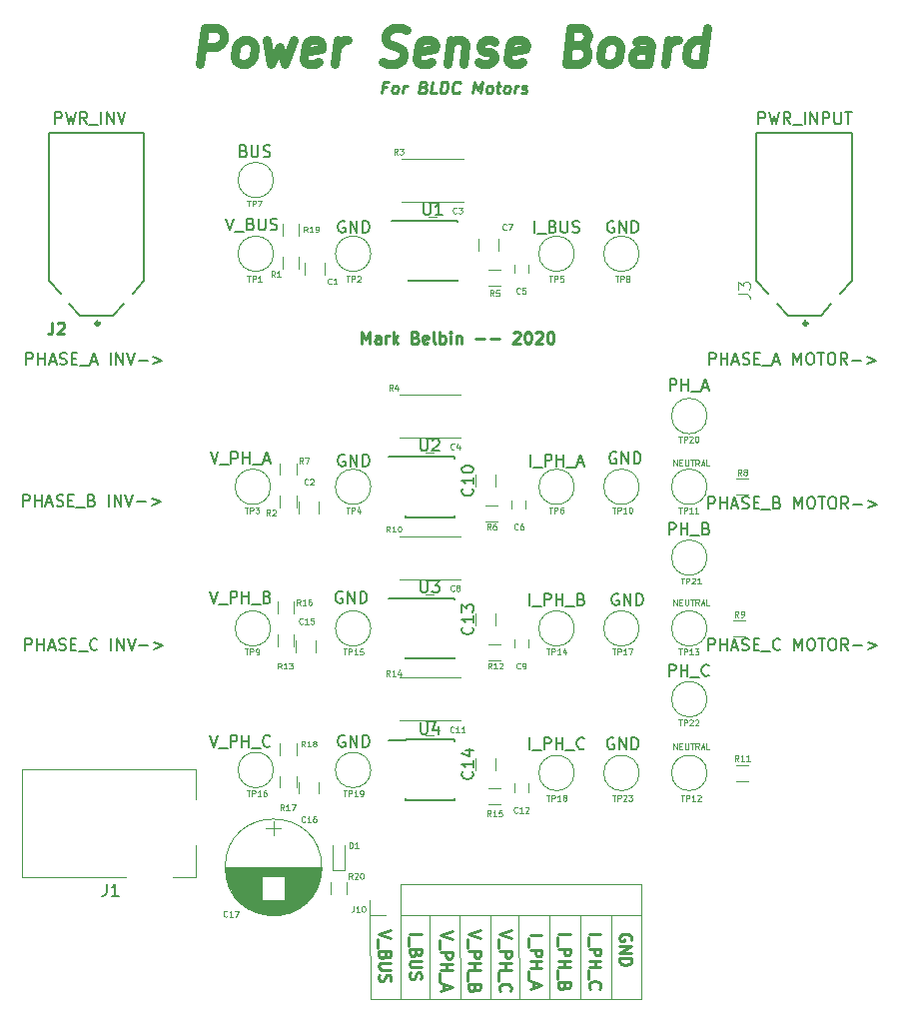
<source format=gto>
G04 #@! TF.GenerationSoftware,KiCad,Pcbnew,(5.1.5)-3*
G04 #@! TF.CreationDate,2020-01-25T00:11:38-03:30*
G04 #@! TF.ProjectId,Power Sense PCB,506f7765-7220-4536-956e-736520504342,rev?*
G04 #@! TF.SameCoordinates,Original*
G04 #@! TF.FileFunction,Legend,Top*
G04 #@! TF.FilePolarity,Positive*
%FSLAX46Y46*%
G04 Gerber Fmt 4.6, Leading zero omitted, Abs format (unit mm)*
G04 Created by KiCad (PCBNEW (5.1.5)-3) date 2020-01-25 00:11:38*
%MOMM*%
%LPD*%
G04 APERTURE LIST*
%ADD10C,0.250000*%
%ADD11C,0.120000*%
%ADD12C,0.750000*%
%ADD13C,0.200000*%
%ADD14C,0.125000*%
%ADD15C,0.300000*%
%ADD16C,0.127000*%
%ADD17C,0.150000*%
%ADD18C,0.250173*%
%ADD19C,0.050000*%
G04 APERTURE END LIST*
D10*
X103747619Y-119914285D02*
X104747619Y-119914285D01*
X103652380Y-120152380D02*
X103652380Y-120914285D01*
X103747619Y-121152380D02*
X104747619Y-121152380D01*
X104747619Y-121533333D01*
X104700000Y-121628571D01*
X104652380Y-121676190D01*
X104557142Y-121723809D01*
X104414285Y-121723809D01*
X104319047Y-121676190D01*
X104271428Y-121628571D01*
X104223809Y-121533333D01*
X104223809Y-121152380D01*
X103747619Y-122152380D02*
X104747619Y-122152380D01*
X104271428Y-122152380D02*
X104271428Y-122723809D01*
X103747619Y-122723809D02*
X104747619Y-122723809D01*
X103652380Y-122961904D02*
X103652380Y-123723809D01*
X103842857Y-124533333D02*
X103795238Y-124485714D01*
X103747619Y-124342857D01*
X103747619Y-124247619D01*
X103795238Y-124104761D01*
X103890476Y-124009523D01*
X103985714Y-123961904D01*
X104176190Y-123914285D01*
X104319047Y-123914285D01*
X104509523Y-123961904D01*
X104604761Y-124009523D01*
X104700000Y-124104761D01*
X104747619Y-124247619D01*
X104747619Y-124342857D01*
X104700000Y-124485714D01*
X104652380Y-124533333D01*
X101147619Y-119914285D02*
X102147619Y-119914285D01*
X101052380Y-120152380D02*
X101052380Y-120914285D01*
X101147619Y-121152380D02*
X102147619Y-121152380D01*
X102147619Y-121533333D01*
X102100000Y-121628571D01*
X102052380Y-121676190D01*
X101957142Y-121723809D01*
X101814285Y-121723809D01*
X101719047Y-121676190D01*
X101671428Y-121628571D01*
X101623809Y-121533333D01*
X101623809Y-121152380D01*
X101147619Y-122152380D02*
X102147619Y-122152380D01*
X101671428Y-122152380D02*
X101671428Y-122723809D01*
X101147619Y-122723809D02*
X102147619Y-122723809D01*
X101052380Y-122961904D02*
X101052380Y-123723809D01*
X101671428Y-124295238D02*
X101623809Y-124438095D01*
X101576190Y-124485714D01*
X101480952Y-124533333D01*
X101338095Y-124533333D01*
X101242857Y-124485714D01*
X101195238Y-124438095D01*
X101147619Y-124342857D01*
X101147619Y-123961904D01*
X102147619Y-123961904D01*
X102147619Y-124295238D01*
X102100000Y-124390476D01*
X102052380Y-124438095D01*
X101957142Y-124485714D01*
X101861904Y-124485714D01*
X101766666Y-124438095D01*
X101719047Y-124390476D01*
X101671428Y-124295238D01*
X101671428Y-123961904D01*
D11*
X108200000Y-125400000D02*
X108170000Y-118330000D01*
X105630000Y-125400000D02*
X105600000Y-118400000D01*
X106000000Y-125400000D02*
X108200000Y-125400000D01*
X103400000Y-125400000D02*
X106000000Y-125400000D01*
X100800000Y-125400000D02*
X103400000Y-125400000D01*
X98200000Y-125400000D02*
X100800000Y-125400000D01*
X95600000Y-125400000D02*
X98200000Y-125400000D01*
X93000000Y-125400000D02*
X95600000Y-125400000D01*
X90400000Y-125400000D02*
X93000000Y-125400000D01*
X103030000Y-125400000D02*
X103000000Y-118330000D01*
X100430000Y-125400000D02*
X100400000Y-118400000D01*
X97830000Y-125400000D02*
X97800000Y-118330000D01*
X95430000Y-125400000D02*
X95400000Y-118330000D01*
X92830000Y-125400000D02*
X92800000Y-118330000D01*
X90230000Y-125400000D02*
X90200000Y-118330000D01*
X87800000Y-125400000D02*
X90400000Y-125400000D01*
X87800000Y-125400000D02*
X87770000Y-118330000D01*
X85200000Y-125400000D02*
X87800000Y-125400000D01*
X85170000Y-117930000D02*
X85200000Y-125400000D01*
D10*
X107300000Y-120438095D02*
X107347619Y-120342857D01*
X107347619Y-120200000D01*
X107300000Y-120057142D01*
X107204761Y-119961904D01*
X107109523Y-119914285D01*
X106919047Y-119866666D01*
X106776190Y-119866666D01*
X106585714Y-119914285D01*
X106490476Y-119961904D01*
X106395238Y-120057142D01*
X106347619Y-120200000D01*
X106347619Y-120295238D01*
X106395238Y-120438095D01*
X106442857Y-120485714D01*
X106776190Y-120485714D01*
X106776190Y-120295238D01*
X106347619Y-120914285D02*
X107347619Y-120914285D01*
X106347619Y-121485714D01*
X107347619Y-121485714D01*
X106347619Y-121961904D02*
X107347619Y-121961904D01*
X107347619Y-122200000D01*
X107300000Y-122342857D01*
X107204761Y-122438095D01*
X107109523Y-122485714D01*
X106919047Y-122533333D01*
X106776190Y-122533333D01*
X106585714Y-122485714D01*
X106490476Y-122438095D01*
X106395238Y-122342857D01*
X106347619Y-122200000D01*
X106347619Y-121961904D01*
X98747619Y-119985714D02*
X99747619Y-119985714D01*
X98652380Y-120223809D02*
X98652380Y-120985714D01*
X98747619Y-121223809D02*
X99747619Y-121223809D01*
X99747619Y-121604761D01*
X99700000Y-121700000D01*
X99652380Y-121747619D01*
X99557142Y-121795238D01*
X99414285Y-121795238D01*
X99319047Y-121747619D01*
X99271428Y-121700000D01*
X99223809Y-121604761D01*
X99223809Y-121223809D01*
X98747619Y-122223809D02*
X99747619Y-122223809D01*
X99271428Y-122223809D02*
X99271428Y-122795238D01*
X98747619Y-122795238D02*
X99747619Y-122795238D01*
X98652380Y-123033333D02*
X98652380Y-123795238D01*
X99033333Y-123985714D02*
X99033333Y-124461904D01*
X98747619Y-123890476D02*
X99747619Y-124223809D01*
X98747619Y-124557142D01*
X97147619Y-119580952D02*
X96147619Y-119914285D01*
X97147619Y-120247619D01*
X96052380Y-120342857D02*
X96052380Y-121104761D01*
X96147619Y-121342857D02*
X97147619Y-121342857D01*
X97147619Y-121723809D01*
X97100000Y-121819047D01*
X97052380Y-121866666D01*
X96957142Y-121914285D01*
X96814285Y-121914285D01*
X96719047Y-121866666D01*
X96671428Y-121819047D01*
X96623809Y-121723809D01*
X96623809Y-121342857D01*
X96147619Y-122342857D02*
X97147619Y-122342857D01*
X96671428Y-122342857D02*
X96671428Y-122914285D01*
X96147619Y-122914285D02*
X97147619Y-122914285D01*
X96052380Y-123152380D02*
X96052380Y-123914285D01*
X96242857Y-124723809D02*
X96195238Y-124676190D01*
X96147619Y-124533333D01*
X96147619Y-124438095D01*
X96195238Y-124295238D01*
X96290476Y-124200000D01*
X96385714Y-124152380D01*
X96576190Y-124104761D01*
X96719047Y-124104761D01*
X96909523Y-124152380D01*
X97004761Y-124200000D01*
X97100000Y-124295238D01*
X97147619Y-124438095D01*
X97147619Y-124533333D01*
X97100000Y-124676190D01*
X97052380Y-124723809D01*
X94547619Y-119580952D02*
X93547619Y-119914285D01*
X94547619Y-120247619D01*
X93452380Y-120342857D02*
X93452380Y-121104761D01*
X93547619Y-121342857D02*
X94547619Y-121342857D01*
X94547619Y-121723809D01*
X94500000Y-121819047D01*
X94452380Y-121866666D01*
X94357142Y-121914285D01*
X94214285Y-121914285D01*
X94119047Y-121866666D01*
X94071428Y-121819047D01*
X94023809Y-121723809D01*
X94023809Y-121342857D01*
X93547619Y-122342857D02*
X94547619Y-122342857D01*
X94071428Y-122342857D02*
X94071428Y-122914285D01*
X93547619Y-122914285D02*
X94547619Y-122914285D01*
X93452380Y-123152380D02*
X93452380Y-123914285D01*
X94071428Y-124485714D02*
X94023809Y-124628571D01*
X93976190Y-124676190D01*
X93880952Y-124723809D01*
X93738095Y-124723809D01*
X93642857Y-124676190D01*
X93595238Y-124628571D01*
X93547619Y-124533333D01*
X93547619Y-124152380D01*
X94547619Y-124152380D01*
X94547619Y-124485714D01*
X94500000Y-124580952D01*
X94452380Y-124628571D01*
X94357142Y-124676190D01*
X94261904Y-124676190D01*
X94166666Y-124628571D01*
X94119047Y-124580952D01*
X94071428Y-124485714D01*
X94071428Y-124152380D01*
X92147619Y-119652380D02*
X91147619Y-119985714D01*
X92147619Y-120319047D01*
X91052380Y-120414285D02*
X91052380Y-121176190D01*
X91147619Y-121414285D02*
X92147619Y-121414285D01*
X92147619Y-121795238D01*
X92100000Y-121890476D01*
X92052380Y-121938095D01*
X91957142Y-121985714D01*
X91814285Y-121985714D01*
X91719047Y-121938095D01*
X91671428Y-121890476D01*
X91623809Y-121795238D01*
X91623809Y-121414285D01*
X91147619Y-122414285D02*
X92147619Y-122414285D01*
X91671428Y-122414285D02*
X91671428Y-122985714D01*
X91147619Y-122985714D02*
X92147619Y-122985714D01*
X91052380Y-123223809D02*
X91052380Y-123985714D01*
X91433333Y-124176190D02*
X91433333Y-124652380D01*
X91147619Y-124080952D02*
X92147619Y-124414285D01*
X91147619Y-124747619D01*
X88547619Y-119919047D02*
X89547619Y-119919047D01*
X88452380Y-120157142D02*
X88452380Y-120919047D01*
X89071428Y-121490476D02*
X89023809Y-121633333D01*
X88976190Y-121680952D01*
X88880952Y-121728571D01*
X88738095Y-121728571D01*
X88642857Y-121680952D01*
X88595238Y-121633333D01*
X88547619Y-121538095D01*
X88547619Y-121157142D01*
X89547619Y-121157142D01*
X89547619Y-121490476D01*
X89500000Y-121585714D01*
X89452380Y-121633333D01*
X89357142Y-121680952D01*
X89261904Y-121680952D01*
X89166666Y-121633333D01*
X89119047Y-121585714D01*
X89071428Y-121490476D01*
X89071428Y-121157142D01*
X89547619Y-122157142D02*
X88738095Y-122157142D01*
X88642857Y-122204761D01*
X88595238Y-122252380D01*
X88547619Y-122347619D01*
X88547619Y-122538095D01*
X88595238Y-122633333D01*
X88642857Y-122680952D01*
X88738095Y-122728571D01*
X89547619Y-122728571D01*
X88595238Y-123157142D02*
X88547619Y-123300000D01*
X88547619Y-123538095D01*
X88595238Y-123633333D01*
X88642857Y-123680952D01*
X88738095Y-123728571D01*
X88833333Y-123728571D01*
X88928571Y-123680952D01*
X88976190Y-123633333D01*
X89023809Y-123538095D01*
X89071428Y-123347619D01*
X89119047Y-123252380D01*
X89166666Y-123204761D01*
X89261904Y-123157142D01*
X89357142Y-123157142D01*
X89452380Y-123204761D01*
X89500000Y-123252380D01*
X89547619Y-123347619D01*
X89547619Y-123585714D01*
X89500000Y-123728571D01*
X86947619Y-119585714D02*
X85947619Y-119919047D01*
X86947619Y-120252380D01*
X85852380Y-120347619D02*
X85852380Y-121109523D01*
X86471428Y-121680952D02*
X86423809Y-121823809D01*
X86376190Y-121871428D01*
X86280952Y-121919047D01*
X86138095Y-121919047D01*
X86042857Y-121871428D01*
X85995238Y-121823809D01*
X85947619Y-121728571D01*
X85947619Y-121347619D01*
X86947619Y-121347619D01*
X86947619Y-121680952D01*
X86900000Y-121776190D01*
X86852380Y-121823809D01*
X86757142Y-121871428D01*
X86661904Y-121871428D01*
X86566666Y-121823809D01*
X86519047Y-121776190D01*
X86471428Y-121680952D01*
X86471428Y-121347619D01*
X86947619Y-122347619D02*
X86138095Y-122347619D01*
X86042857Y-122395238D01*
X85995238Y-122442857D01*
X85947619Y-122538095D01*
X85947619Y-122728571D01*
X85995238Y-122823809D01*
X86042857Y-122871428D01*
X86138095Y-122919047D01*
X86947619Y-122919047D01*
X85995238Y-123347619D02*
X85947619Y-123490476D01*
X85947619Y-123728571D01*
X85995238Y-123823809D01*
X86042857Y-123871428D01*
X86138095Y-123919047D01*
X86233333Y-123919047D01*
X86328571Y-123871428D01*
X86376190Y-123823809D01*
X86423809Y-123728571D01*
X86471428Y-123538095D01*
X86519047Y-123442857D01*
X86566666Y-123395238D01*
X86661904Y-123347619D01*
X86757142Y-123347619D01*
X86852380Y-123395238D01*
X86900000Y-123442857D01*
X86947619Y-123538095D01*
X86947619Y-123776190D01*
X86900000Y-123919047D01*
X84480952Y-69852380D02*
X84480952Y-68852380D01*
X84814285Y-69566666D01*
X85147619Y-68852380D01*
X85147619Y-69852380D01*
X86052380Y-69852380D02*
X86052380Y-69328571D01*
X86004761Y-69233333D01*
X85909523Y-69185714D01*
X85719047Y-69185714D01*
X85623809Y-69233333D01*
X86052380Y-69804761D02*
X85957142Y-69852380D01*
X85719047Y-69852380D01*
X85623809Y-69804761D01*
X85576190Y-69709523D01*
X85576190Y-69614285D01*
X85623809Y-69519047D01*
X85719047Y-69471428D01*
X85957142Y-69471428D01*
X86052380Y-69423809D01*
X86528571Y-69852380D02*
X86528571Y-69185714D01*
X86528571Y-69376190D02*
X86576190Y-69280952D01*
X86623809Y-69233333D01*
X86719047Y-69185714D01*
X86814285Y-69185714D01*
X87147619Y-69852380D02*
X87147619Y-68852380D01*
X87242857Y-69471428D02*
X87528571Y-69852380D01*
X87528571Y-69185714D02*
X87147619Y-69566666D01*
X89052380Y-69328571D02*
X89195238Y-69376190D01*
X89242857Y-69423809D01*
X89290476Y-69519047D01*
X89290476Y-69661904D01*
X89242857Y-69757142D01*
X89195238Y-69804761D01*
X89099999Y-69852380D01*
X88719047Y-69852380D01*
X88719047Y-68852380D01*
X89052380Y-68852380D01*
X89147619Y-68900000D01*
X89195238Y-68947619D01*
X89242857Y-69042857D01*
X89242857Y-69138095D01*
X89195238Y-69233333D01*
X89147619Y-69280952D01*
X89052380Y-69328571D01*
X88719047Y-69328571D01*
X90099999Y-69804761D02*
X90004761Y-69852380D01*
X89814285Y-69852380D01*
X89719047Y-69804761D01*
X89671428Y-69709523D01*
X89671428Y-69328571D01*
X89719047Y-69233333D01*
X89814285Y-69185714D01*
X90004761Y-69185714D01*
X90099999Y-69233333D01*
X90147619Y-69328571D01*
X90147619Y-69423809D01*
X89671428Y-69519047D01*
X90719047Y-69852380D02*
X90623809Y-69804761D01*
X90576190Y-69709523D01*
X90576190Y-68852380D01*
X91099999Y-69852380D02*
X91099999Y-68852380D01*
X91099999Y-69233333D02*
X91195238Y-69185714D01*
X91385714Y-69185714D01*
X91480952Y-69233333D01*
X91528571Y-69280952D01*
X91576190Y-69376190D01*
X91576190Y-69661904D01*
X91528571Y-69757142D01*
X91480952Y-69804761D01*
X91385714Y-69852380D01*
X91195238Y-69852380D01*
X91099999Y-69804761D01*
X92004761Y-69852380D02*
X92004761Y-69185714D01*
X92004761Y-68852380D02*
X91957142Y-68900000D01*
X92004761Y-68947619D01*
X92052380Y-68900000D01*
X92004761Y-68852380D01*
X92004761Y-68947619D01*
X92480952Y-69185714D02*
X92480952Y-69852380D01*
X92480952Y-69280952D02*
X92528571Y-69233333D01*
X92623809Y-69185714D01*
X92766666Y-69185714D01*
X92861904Y-69233333D01*
X92909523Y-69328571D01*
X92909523Y-69852380D01*
X94147619Y-69471428D02*
X94909523Y-69471428D01*
X95385714Y-69471428D02*
X96147619Y-69471428D01*
X97338095Y-68947619D02*
X97385714Y-68900000D01*
X97480952Y-68852380D01*
X97719047Y-68852380D01*
X97814285Y-68900000D01*
X97861904Y-68947619D01*
X97909523Y-69042857D01*
X97909523Y-69138095D01*
X97861904Y-69280952D01*
X97290476Y-69852380D01*
X97909523Y-69852380D01*
X98528571Y-68852380D02*
X98623809Y-68852380D01*
X98719047Y-68900000D01*
X98766666Y-68947619D01*
X98814285Y-69042857D01*
X98861904Y-69233333D01*
X98861904Y-69471428D01*
X98814285Y-69661904D01*
X98766666Y-69757142D01*
X98719047Y-69804761D01*
X98623809Y-69852380D01*
X98528571Y-69852380D01*
X98433333Y-69804761D01*
X98385714Y-69757142D01*
X98338095Y-69661904D01*
X98290476Y-69471428D01*
X98290476Y-69233333D01*
X98338095Y-69042857D01*
X98385714Y-68947619D01*
X98433333Y-68900000D01*
X98528571Y-68852380D01*
X99242857Y-68947619D02*
X99290476Y-68900000D01*
X99385714Y-68852380D01*
X99623809Y-68852380D01*
X99719047Y-68900000D01*
X99766666Y-68947619D01*
X99814285Y-69042857D01*
X99814285Y-69138095D01*
X99766666Y-69280952D01*
X99195238Y-69852380D01*
X99814285Y-69852380D01*
X100433333Y-68852380D02*
X100528571Y-68852380D01*
X100623809Y-68900000D01*
X100671428Y-68947619D01*
X100719047Y-69042857D01*
X100766666Y-69233333D01*
X100766666Y-69471428D01*
X100719047Y-69661904D01*
X100671428Y-69757142D01*
X100623809Y-69804761D01*
X100528571Y-69852380D01*
X100433333Y-69852380D01*
X100338095Y-69804761D01*
X100290476Y-69757142D01*
X100242857Y-69661904D01*
X100195238Y-69471428D01*
X100195238Y-69233333D01*
X100242857Y-69042857D01*
X100290476Y-68947619D01*
X100338095Y-68900000D01*
X100433333Y-68852380D01*
X86595461Y-48128571D02*
X86262127Y-48128571D01*
X86196651Y-48652380D02*
X86321651Y-47652380D01*
X86797842Y-47652380D01*
X87196651Y-48652380D02*
X87107366Y-48604761D01*
X87065699Y-48557142D01*
X87029985Y-48461904D01*
X87065699Y-48176190D01*
X87125223Y-48080952D01*
X87178794Y-48033333D01*
X87279985Y-47985714D01*
X87422842Y-47985714D01*
X87512127Y-48033333D01*
X87553794Y-48080952D01*
X87589508Y-48176190D01*
X87553794Y-48461904D01*
X87494270Y-48557142D01*
X87440699Y-48604761D01*
X87339508Y-48652380D01*
X87196651Y-48652380D01*
X87958556Y-48652380D02*
X88041889Y-47985714D01*
X88018080Y-48176190D02*
X88077604Y-48080952D01*
X88131175Y-48033333D01*
X88232366Y-47985714D01*
X88327604Y-47985714D01*
X89738318Y-48128571D02*
X89875223Y-48176190D01*
X89916889Y-48223809D01*
X89952604Y-48319047D01*
X89934747Y-48461904D01*
X89875223Y-48557142D01*
X89821651Y-48604761D01*
X89720461Y-48652380D01*
X89339508Y-48652380D01*
X89464508Y-47652380D01*
X89797842Y-47652380D01*
X89887127Y-47700000D01*
X89928794Y-47747619D01*
X89964508Y-47842857D01*
X89952604Y-47938095D01*
X89893080Y-48033333D01*
X89839508Y-48080952D01*
X89738318Y-48128571D01*
X89404985Y-48128571D01*
X90815699Y-48652380D02*
X90339508Y-48652380D01*
X90464508Y-47652380D01*
X91149032Y-48652380D02*
X91274032Y-47652380D01*
X91512127Y-47652380D01*
X91649032Y-47700000D01*
X91732366Y-47795238D01*
X91768080Y-47890476D01*
X91791889Y-48080952D01*
X91774032Y-48223809D01*
X91702604Y-48414285D01*
X91643080Y-48509523D01*
X91535937Y-48604761D01*
X91387127Y-48652380D01*
X91149032Y-48652380D01*
X92732366Y-48557142D02*
X92678794Y-48604761D01*
X92529985Y-48652380D01*
X92434747Y-48652380D01*
X92297842Y-48604761D01*
X92214508Y-48509523D01*
X92178794Y-48414285D01*
X92154985Y-48223809D01*
X92172842Y-48080952D01*
X92244270Y-47890476D01*
X92303794Y-47795238D01*
X92410937Y-47700000D01*
X92559747Y-47652380D01*
X92654985Y-47652380D01*
X92791889Y-47700000D01*
X92833556Y-47747619D01*
X93910937Y-48652380D02*
X94035937Y-47652380D01*
X94279985Y-48366666D01*
X94702604Y-47652380D01*
X94577604Y-48652380D01*
X95196651Y-48652380D02*
X95107366Y-48604761D01*
X95065699Y-48557142D01*
X95029985Y-48461904D01*
X95065699Y-48176190D01*
X95125223Y-48080952D01*
X95178794Y-48033333D01*
X95279985Y-47985714D01*
X95422842Y-47985714D01*
X95512127Y-48033333D01*
X95553794Y-48080952D01*
X95589508Y-48176190D01*
X95553794Y-48461904D01*
X95494270Y-48557142D01*
X95440699Y-48604761D01*
X95339508Y-48652380D01*
X95196651Y-48652380D01*
X95899032Y-47985714D02*
X96279985Y-47985714D01*
X96083556Y-47652380D02*
X95976413Y-48509523D01*
X96012127Y-48604761D01*
X96101413Y-48652380D01*
X96196651Y-48652380D01*
X96672842Y-48652380D02*
X96583556Y-48604761D01*
X96541889Y-48557142D01*
X96506175Y-48461904D01*
X96541889Y-48176190D01*
X96601413Y-48080952D01*
X96654985Y-48033333D01*
X96756175Y-47985714D01*
X96899032Y-47985714D01*
X96988318Y-48033333D01*
X97029985Y-48080952D01*
X97065699Y-48176190D01*
X97029985Y-48461904D01*
X96970461Y-48557142D01*
X96916889Y-48604761D01*
X96815699Y-48652380D01*
X96672842Y-48652380D01*
X97434747Y-48652380D02*
X97518080Y-47985714D01*
X97494270Y-48176190D02*
X97553794Y-48080952D01*
X97607366Y-48033333D01*
X97708556Y-47985714D01*
X97803794Y-47985714D01*
X98012127Y-48604761D02*
X98101413Y-48652380D01*
X98291889Y-48652380D01*
X98393080Y-48604761D01*
X98452604Y-48509523D01*
X98458556Y-48461904D01*
X98422842Y-48366666D01*
X98333556Y-48319047D01*
X98190699Y-48319047D01*
X98101413Y-48271428D01*
X98065699Y-48176190D01*
X98071651Y-48128571D01*
X98131175Y-48033333D01*
X98232366Y-47985714D01*
X98375223Y-47985714D01*
X98464508Y-48033333D01*
D12*
X70789955Y-46157142D02*
X71164955Y-43157142D01*
X72307812Y-43157142D01*
X72575669Y-43300000D01*
X72700669Y-43442857D01*
X72807812Y-43728571D01*
X72754241Y-44157142D01*
X72575669Y-44442857D01*
X72414955Y-44585714D01*
X72111383Y-44728571D01*
X70968526Y-44728571D01*
X74218526Y-46157142D02*
X73950669Y-46014285D01*
X73825669Y-45871428D01*
X73718526Y-45585714D01*
X73825669Y-44728571D01*
X74004241Y-44442857D01*
X74164955Y-44300000D01*
X74468526Y-44157142D01*
X74897098Y-44157142D01*
X75164955Y-44300000D01*
X75289955Y-44442857D01*
X75397098Y-44728571D01*
X75289955Y-45585714D01*
X75111383Y-45871428D01*
X74950669Y-46014285D01*
X74647098Y-46157142D01*
X74218526Y-46157142D01*
X76468526Y-44157142D02*
X76789955Y-46157142D01*
X77539955Y-44728571D01*
X77932812Y-46157142D01*
X78754241Y-44157142D01*
X80807812Y-46014285D02*
X80504241Y-46157142D01*
X79932812Y-46157142D01*
X79664955Y-46014285D01*
X79557812Y-45728571D01*
X79700669Y-44585714D01*
X79879241Y-44300000D01*
X80182812Y-44157142D01*
X80754241Y-44157142D01*
X81022098Y-44300000D01*
X81129241Y-44585714D01*
X81093526Y-44871428D01*
X79629241Y-45157142D01*
X82218526Y-46157142D02*
X82468526Y-44157142D01*
X82397098Y-44728571D02*
X82575669Y-44442857D01*
X82736383Y-44300000D01*
X83039955Y-44157142D01*
X83325669Y-44157142D01*
X86236383Y-46014285D02*
X86647098Y-46157142D01*
X87361383Y-46157142D01*
X87664955Y-46014285D01*
X87825669Y-45871428D01*
X88004241Y-45585714D01*
X88039955Y-45300000D01*
X87932812Y-45014285D01*
X87807812Y-44871428D01*
X87539955Y-44728571D01*
X86986383Y-44585714D01*
X86718526Y-44442857D01*
X86593526Y-44300000D01*
X86486383Y-44014285D01*
X86522098Y-43728571D01*
X86700669Y-43442857D01*
X86861383Y-43300000D01*
X87164955Y-43157142D01*
X87879241Y-43157142D01*
X88289955Y-43300000D01*
X90379241Y-46014285D02*
X90075669Y-46157142D01*
X89504241Y-46157142D01*
X89236383Y-46014285D01*
X89129241Y-45728571D01*
X89272098Y-44585714D01*
X89450669Y-44300000D01*
X89754241Y-44157142D01*
X90325669Y-44157142D01*
X90593526Y-44300000D01*
X90700669Y-44585714D01*
X90664955Y-44871428D01*
X89200669Y-45157142D01*
X92039955Y-44157142D02*
X91789955Y-46157142D01*
X92004241Y-44442857D02*
X92164955Y-44300000D01*
X92468526Y-44157142D01*
X92897098Y-44157142D01*
X93164955Y-44300000D01*
X93272098Y-44585714D01*
X93075669Y-46157142D01*
X94379241Y-46014285D02*
X94647098Y-46157142D01*
X95218526Y-46157142D01*
X95522098Y-46014285D01*
X95700669Y-45728571D01*
X95718526Y-45585714D01*
X95611383Y-45300000D01*
X95343526Y-45157142D01*
X94914955Y-45157142D01*
X94647098Y-45014285D01*
X94539955Y-44728571D01*
X94557812Y-44585714D01*
X94736383Y-44300000D01*
X95039955Y-44157142D01*
X95468526Y-44157142D01*
X95736383Y-44300000D01*
X98093526Y-46014285D02*
X97789955Y-46157142D01*
X97218526Y-46157142D01*
X96950669Y-46014285D01*
X96843526Y-45728571D01*
X96986383Y-44585714D01*
X97164955Y-44300000D01*
X97468526Y-44157142D01*
X98039955Y-44157142D01*
X98307812Y-44300000D01*
X98414955Y-44585714D01*
X98379241Y-44871428D01*
X96914955Y-45157142D01*
X102986383Y-44585714D02*
X103397098Y-44728571D01*
X103522098Y-44871428D01*
X103629241Y-45157142D01*
X103575669Y-45585714D01*
X103397098Y-45871428D01*
X103236383Y-46014285D01*
X102932812Y-46157142D01*
X101789955Y-46157142D01*
X102164955Y-43157142D01*
X103164955Y-43157142D01*
X103432812Y-43300000D01*
X103557812Y-43442857D01*
X103664955Y-43728571D01*
X103629241Y-44014285D01*
X103450669Y-44300000D01*
X103289955Y-44442857D01*
X102986383Y-44585714D01*
X101986383Y-44585714D01*
X105218526Y-46157142D02*
X104950669Y-46014285D01*
X104825669Y-45871428D01*
X104718526Y-45585714D01*
X104825669Y-44728571D01*
X105004241Y-44442857D01*
X105164955Y-44300000D01*
X105468526Y-44157142D01*
X105897098Y-44157142D01*
X106164955Y-44300000D01*
X106289955Y-44442857D01*
X106397098Y-44728571D01*
X106289955Y-45585714D01*
X106111383Y-45871428D01*
X105950669Y-46014285D01*
X105647098Y-46157142D01*
X105218526Y-46157142D01*
X108789955Y-46157142D02*
X108986383Y-44585714D01*
X108879241Y-44300000D01*
X108611383Y-44157142D01*
X108039955Y-44157142D01*
X107736383Y-44300000D01*
X108807812Y-46014285D02*
X108504241Y-46157142D01*
X107789955Y-46157142D01*
X107522098Y-46014285D01*
X107414955Y-45728571D01*
X107450669Y-45442857D01*
X107629241Y-45157142D01*
X107932812Y-45014285D01*
X108647098Y-45014285D01*
X108950669Y-44871428D01*
X110218526Y-46157142D02*
X110468526Y-44157142D01*
X110397098Y-44728571D02*
X110575669Y-44442857D01*
X110736383Y-44300000D01*
X111039955Y-44157142D01*
X111325669Y-44157142D01*
X113361383Y-46157142D02*
X113736383Y-43157142D01*
X113379241Y-46014285D02*
X113075669Y-46157142D01*
X112504241Y-46157142D01*
X112236383Y-46014285D01*
X112111383Y-45871428D01*
X112004241Y-45585714D01*
X112111383Y-44728571D01*
X112289955Y-44442857D01*
X112450669Y-44300000D01*
X112754241Y-44157142D01*
X113325669Y-44157142D01*
X113593526Y-44300000D01*
D13*
X55966666Y-95852380D02*
X55966666Y-94852380D01*
X56347619Y-94852380D01*
X56442857Y-94900000D01*
X56490476Y-94947619D01*
X56538095Y-95042857D01*
X56538095Y-95185714D01*
X56490476Y-95280952D01*
X56442857Y-95328571D01*
X56347619Y-95376190D01*
X55966666Y-95376190D01*
X56966666Y-95852380D02*
X56966666Y-94852380D01*
X56966666Y-95328571D02*
X57538095Y-95328571D01*
X57538095Y-95852380D02*
X57538095Y-94852380D01*
X57966666Y-95566666D02*
X58442857Y-95566666D01*
X57871428Y-95852380D02*
X58204761Y-94852380D01*
X58538095Y-95852380D01*
X58823809Y-95804761D02*
X58966666Y-95852380D01*
X59204761Y-95852380D01*
X59300000Y-95804761D01*
X59347619Y-95757142D01*
X59395238Y-95661904D01*
X59395238Y-95566666D01*
X59347619Y-95471428D01*
X59300000Y-95423809D01*
X59204761Y-95376190D01*
X59014285Y-95328571D01*
X58919047Y-95280952D01*
X58871428Y-95233333D01*
X58823809Y-95138095D01*
X58823809Y-95042857D01*
X58871428Y-94947619D01*
X58919047Y-94900000D01*
X59014285Y-94852380D01*
X59252380Y-94852380D01*
X59395238Y-94900000D01*
X59823809Y-95328571D02*
X60157142Y-95328571D01*
X60300000Y-95852380D02*
X59823809Y-95852380D01*
X59823809Y-94852380D01*
X60300000Y-94852380D01*
X60490476Y-95947619D02*
X61252380Y-95947619D01*
X62061904Y-95757142D02*
X62014285Y-95804761D01*
X61871428Y-95852380D01*
X61776190Y-95852380D01*
X61633333Y-95804761D01*
X61538095Y-95709523D01*
X61490476Y-95614285D01*
X61442857Y-95423809D01*
X61442857Y-95280952D01*
X61490476Y-95090476D01*
X61538095Y-94995238D01*
X61633333Y-94900000D01*
X61776190Y-94852380D01*
X61871428Y-94852380D01*
X62014285Y-94900000D01*
X62061904Y-94947619D01*
X63252380Y-95852380D02*
X63252380Y-94852380D01*
X63728571Y-95852380D02*
X63728571Y-94852380D01*
X64300000Y-95852380D01*
X64300000Y-94852380D01*
X64633333Y-94852380D02*
X64966666Y-95852380D01*
X65300000Y-94852380D01*
X65633333Y-95471428D02*
X66395238Y-95471428D01*
X66871428Y-95185714D02*
X67633333Y-95471428D01*
X66871428Y-95757142D01*
X55766666Y-83652380D02*
X55766666Y-82652380D01*
X56147619Y-82652380D01*
X56242857Y-82700000D01*
X56290476Y-82747619D01*
X56338095Y-82842857D01*
X56338095Y-82985714D01*
X56290476Y-83080952D01*
X56242857Y-83128571D01*
X56147619Y-83176190D01*
X55766666Y-83176190D01*
X56766666Y-83652380D02*
X56766666Y-82652380D01*
X56766666Y-83128571D02*
X57338095Y-83128571D01*
X57338095Y-83652380D02*
X57338095Y-82652380D01*
X57766666Y-83366666D02*
X58242857Y-83366666D01*
X57671428Y-83652380D02*
X58004761Y-82652380D01*
X58338095Y-83652380D01*
X58623809Y-83604761D02*
X58766666Y-83652380D01*
X59004761Y-83652380D01*
X59100000Y-83604761D01*
X59147619Y-83557142D01*
X59195238Y-83461904D01*
X59195238Y-83366666D01*
X59147619Y-83271428D01*
X59100000Y-83223809D01*
X59004761Y-83176190D01*
X58814285Y-83128571D01*
X58719047Y-83080952D01*
X58671428Y-83033333D01*
X58623809Y-82938095D01*
X58623809Y-82842857D01*
X58671428Y-82747619D01*
X58719047Y-82700000D01*
X58814285Y-82652380D01*
X59052380Y-82652380D01*
X59195238Y-82700000D01*
X59623809Y-83128571D02*
X59957142Y-83128571D01*
X60100000Y-83652380D02*
X59623809Y-83652380D01*
X59623809Y-82652380D01*
X60100000Y-82652380D01*
X60290476Y-83747619D02*
X61052380Y-83747619D01*
X61623809Y-83128571D02*
X61766666Y-83176190D01*
X61814285Y-83223809D01*
X61861904Y-83319047D01*
X61861904Y-83461904D01*
X61814285Y-83557142D01*
X61766666Y-83604761D01*
X61671428Y-83652380D01*
X61290476Y-83652380D01*
X61290476Y-82652380D01*
X61623809Y-82652380D01*
X61719047Y-82700000D01*
X61766666Y-82747619D01*
X61814285Y-82842857D01*
X61814285Y-82938095D01*
X61766666Y-83033333D01*
X61719047Y-83080952D01*
X61623809Y-83128571D01*
X61290476Y-83128571D01*
X63052380Y-83652380D02*
X63052380Y-82652380D01*
X63528571Y-83652380D02*
X63528571Y-82652380D01*
X64100000Y-83652380D01*
X64100000Y-82652380D01*
X64433333Y-82652380D02*
X64766666Y-83652380D01*
X65100000Y-82652380D01*
X65433333Y-83271428D02*
X66195238Y-83271428D01*
X66671428Y-82985714D02*
X67433333Y-83271428D01*
X66671428Y-83557142D01*
X56038095Y-71652380D02*
X56038095Y-70652380D01*
X56419047Y-70652380D01*
X56514285Y-70700000D01*
X56561904Y-70747619D01*
X56609523Y-70842857D01*
X56609523Y-70985714D01*
X56561904Y-71080952D01*
X56514285Y-71128571D01*
X56419047Y-71176190D01*
X56038095Y-71176190D01*
X57038095Y-71652380D02*
X57038095Y-70652380D01*
X57038095Y-71128571D02*
X57609523Y-71128571D01*
X57609523Y-71652380D02*
X57609523Y-70652380D01*
X58038095Y-71366666D02*
X58514285Y-71366666D01*
X57942857Y-71652380D02*
X58276190Y-70652380D01*
X58609523Y-71652380D01*
X58895238Y-71604761D02*
X59038095Y-71652380D01*
X59276190Y-71652380D01*
X59371428Y-71604761D01*
X59419047Y-71557142D01*
X59466666Y-71461904D01*
X59466666Y-71366666D01*
X59419047Y-71271428D01*
X59371428Y-71223809D01*
X59276190Y-71176190D01*
X59085714Y-71128571D01*
X58990476Y-71080952D01*
X58942857Y-71033333D01*
X58895238Y-70938095D01*
X58895238Y-70842857D01*
X58942857Y-70747619D01*
X58990476Y-70700000D01*
X59085714Y-70652380D01*
X59323809Y-70652380D01*
X59466666Y-70700000D01*
X59895238Y-71128571D02*
X60228571Y-71128571D01*
X60371428Y-71652380D02*
X59895238Y-71652380D01*
X59895238Y-70652380D01*
X60371428Y-70652380D01*
X60561904Y-71747619D02*
X61323809Y-71747619D01*
X61514285Y-71366666D02*
X61990476Y-71366666D01*
X61419047Y-71652380D02*
X61752380Y-70652380D01*
X62085714Y-71652380D01*
X63180952Y-71652380D02*
X63180952Y-70652380D01*
X63657142Y-71652380D02*
X63657142Y-70652380D01*
X64228571Y-71652380D01*
X64228571Y-70652380D01*
X64561904Y-70652380D02*
X64895238Y-71652380D01*
X65228571Y-70652380D01*
X65561904Y-71271428D02*
X66323809Y-71271428D01*
X66800000Y-70985714D02*
X67561904Y-71271428D01*
X66800000Y-71557142D01*
X113857142Y-95852380D02*
X113857142Y-94852380D01*
X114238095Y-94852380D01*
X114333333Y-94900000D01*
X114380952Y-94947619D01*
X114428571Y-95042857D01*
X114428571Y-95185714D01*
X114380952Y-95280952D01*
X114333333Y-95328571D01*
X114238095Y-95376190D01*
X113857142Y-95376190D01*
X114857142Y-95852380D02*
X114857142Y-94852380D01*
X114857142Y-95328571D02*
X115428571Y-95328571D01*
X115428571Y-95852380D02*
X115428571Y-94852380D01*
X115857142Y-95566666D02*
X116333333Y-95566666D01*
X115761904Y-95852380D02*
X116095238Y-94852380D01*
X116428571Y-95852380D01*
X116714285Y-95804761D02*
X116857142Y-95852380D01*
X117095238Y-95852380D01*
X117190476Y-95804761D01*
X117238095Y-95757142D01*
X117285714Y-95661904D01*
X117285714Y-95566666D01*
X117238095Y-95471428D01*
X117190476Y-95423809D01*
X117095238Y-95376190D01*
X116904761Y-95328571D01*
X116809523Y-95280952D01*
X116761904Y-95233333D01*
X116714285Y-95138095D01*
X116714285Y-95042857D01*
X116761904Y-94947619D01*
X116809523Y-94900000D01*
X116904761Y-94852380D01*
X117142857Y-94852380D01*
X117285714Y-94900000D01*
X117714285Y-95328571D02*
X118047619Y-95328571D01*
X118190476Y-95852380D02*
X117714285Y-95852380D01*
X117714285Y-94852380D01*
X118190476Y-94852380D01*
X118380952Y-95947619D02*
X119142857Y-95947619D01*
X119952380Y-95757142D02*
X119904761Y-95804761D01*
X119761904Y-95852380D01*
X119666666Y-95852380D01*
X119523809Y-95804761D01*
X119428571Y-95709523D01*
X119380952Y-95614285D01*
X119333333Y-95423809D01*
X119333333Y-95280952D01*
X119380952Y-95090476D01*
X119428571Y-94995238D01*
X119523809Y-94900000D01*
X119666666Y-94852380D01*
X119761904Y-94852380D01*
X119904761Y-94900000D01*
X119952380Y-94947619D01*
X121142857Y-95852380D02*
X121142857Y-94852380D01*
X121476190Y-95566666D01*
X121809523Y-94852380D01*
X121809523Y-95852380D01*
X122476190Y-94852380D02*
X122666666Y-94852380D01*
X122761904Y-94900000D01*
X122857142Y-94995238D01*
X122904761Y-95185714D01*
X122904761Y-95519047D01*
X122857142Y-95709523D01*
X122761904Y-95804761D01*
X122666666Y-95852380D01*
X122476190Y-95852380D01*
X122380952Y-95804761D01*
X122285714Y-95709523D01*
X122238095Y-95519047D01*
X122238095Y-95185714D01*
X122285714Y-94995238D01*
X122380952Y-94900000D01*
X122476190Y-94852380D01*
X123190476Y-94852380D02*
X123761904Y-94852380D01*
X123476190Y-95852380D02*
X123476190Y-94852380D01*
X124285714Y-94852380D02*
X124476190Y-94852380D01*
X124571428Y-94900000D01*
X124666666Y-94995238D01*
X124714285Y-95185714D01*
X124714285Y-95519047D01*
X124666666Y-95709523D01*
X124571428Y-95804761D01*
X124476190Y-95852380D01*
X124285714Y-95852380D01*
X124190476Y-95804761D01*
X124095238Y-95709523D01*
X124047619Y-95519047D01*
X124047619Y-95185714D01*
X124095238Y-94995238D01*
X124190476Y-94900000D01*
X124285714Y-94852380D01*
X125714285Y-95852380D02*
X125380952Y-95376190D01*
X125142857Y-95852380D02*
X125142857Y-94852380D01*
X125523809Y-94852380D01*
X125619047Y-94900000D01*
X125666666Y-94947619D01*
X125714285Y-95042857D01*
X125714285Y-95185714D01*
X125666666Y-95280952D01*
X125619047Y-95328571D01*
X125523809Y-95376190D01*
X125142857Y-95376190D01*
X126142857Y-95471428D02*
X126904761Y-95471428D01*
X127380952Y-95185714D02*
X128142857Y-95471428D01*
X127380952Y-95757142D01*
X113857142Y-83852380D02*
X113857142Y-82852380D01*
X114238095Y-82852380D01*
X114333333Y-82900000D01*
X114380952Y-82947619D01*
X114428571Y-83042857D01*
X114428571Y-83185714D01*
X114380952Y-83280952D01*
X114333333Y-83328571D01*
X114238095Y-83376190D01*
X113857142Y-83376190D01*
X114857142Y-83852380D02*
X114857142Y-82852380D01*
X114857142Y-83328571D02*
X115428571Y-83328571D01*
X115428571Y-83852380D02*
X115428571Y-82852380D01*
X115857142Y-83566666D02*
X116333333Y-83566666D01*
X115761904Y-83852380D02*
X116095238Y-82852380D01*
X116428571Y-83852380D01*
X116714285Y-83804761D02*
X116857142Y-83852380D01*
X117095238Y-83852380D01*
X117190476Y-83804761D01*
X117238095Y-83757142D01*
X117285714Y-83661904D01*
X117285714Y-83566666D01*
X117238095Y-83471428D01*
X117190476Y-83423809D01*
X117095238Y-83376190D01*
X116904761Y-83328571D01*
X116809523Y-83280952D01*
X116761904Y-83233333D01*
X116714285Y-83138095D01*
X116714285Y-83042857D01*
X116761904Y-82947619D01*
X116809523Y-82900000D01*
X116904761Y-82852380D01*
X117142857Y-82852380D01*
X117285714Y-82900000D01*
X117714285Y-83328571D02*
X118047619Y-83328571D01*
X118190476Y-83852380D02*
X117714285Y-83852380D01*
X117714285Y-82852380D01*
X118190476Y-82852380D01*
X118380952Y-83947619D02*
X119142857Y-83947619D01*
X119714285Y-83328571D02*
X119857142Y-83376190D01*
X119904761Y-83423809D01*
X119952380Y-83519047D01*
X119952380Y-83661904D01*
X119904761Y-83757142D01*
X119857142Y-83804761D01*
X119761904Y-83852380D01*
X119380952Y-83852380D01*
X119380952Y-82852380D01*
X119714285Y-82852380D01*
X119809523Y-82900000D01*
X119857142Y-82947619D01*
X119904761Y-83042857D01*
X119904761Y-83138095D01*
X119857142Y-83233333D01*
X119809523Y-83280952D01*
X119714285Y-83328571D01*
X119380952Y-83328571D01*
X121142857Y-83852380D02*
X121142857Y-82852380D01*
X121476190Y-83566666D01*
X121809523Y-82852380D01*
X121809523Y-83852380D01*
X122476190Y-82852380D02*
X122666666Y-82852380D01*
X122761904Y-82900000D01*
X122857142Y-82995238D01*
X122904761Y-83185714D01*
X122904761Y-83519047D01*
X122857142Y-83709523D01*
X122761904Y-83804761D01*
X122666666Y-83852380D01*
X122476190Y-83852380D01*
X122380952Y-83804761D01*
X122285714Y-83709523D01*
X122238095Y-83519047D01*
X122238095Y-83185714D01*
X122285714Y-82995238D01*
X122380952Y-82900000D01*
X122476190Y-82852380D01*
X123190476Y-82852380D02*
X123761904Y-82852380D01*
X123476190Y-83852380D02*
X123476190Y-82852380D01*
X124285714Y-82852380D02*
X124476190Y-82852380D01*
X124571428Y-82900000D01*
X124666666Y-82995238D01*
X124714285Y-83185714D01*
X124714285Y-83519047D01*
X124666666Y-83709523D01*
X124571428Y-83804761D01*
X124476190Y-83852380D01*
X124285714Y-83852380D01*
X124190476Y-83804761D01*
X124095238Y-83709523D01*
X124047619Y-83519047D01*
X124047619Y-83185714D01*
X124095238Y-82995238D01*
X124190476Y-82900000D01*
X124285714Y-82852380D01*
X125714285Y-83852380D02*
X125380952Y-83376190D01*
X125142857Y-83852380D02*
X125142857Y-82852380D01*
X125523809Y-82852380D01*
X125619047Y-82900000D01*
X125666666Y-82947619D01*
X125714285Y-83042857D01*
X125714285Y-83185714D01*
X125666666Y-83280952D01*
X125619047Y-83328571D01*
X125523809Y-83376190D01*
X125142857Y-83376190D01*
X126142857Y-83471428D02*
X126904761Y-83471428D01*
X127380952Y-83185714D02*
X128142857Y-83471428D01*
X127380952Y-83757142D01*
X113928571Y-71652380D02*
X113928571Y-70652380D01*
X114309523Y-70652380D01*
X114404761Y-70700000D01*
X114452380Y-70747619D01*
X114500000Y-70842857D01*
X114500000Y-70985714D01*
X114452380Y-71080952D01*
X114404761Y-71128571D01*
X114309523Y-71176190D01*
X113928571Y-71176190D01*
X114928571Y-71652380D02*
X114928571Y-70652380D01*
X114928571Y-71128571D02*
X115500000Y-71128571D01*
X115500000Y-71652380D02*
X115500000Y-70652380D01*
X115928571Y-71366666D02*
X116404761Y-71366666D01*
X115833333Y-71652380D02*
X116166666Y-70652380D01*
X116500000Y-71652380D01*
X116785714Y-71604761D02*
X116928571Y-71652380D01*
X117166666Y-71652380D01*
X117261904Y-71604761D01*
X117309523Y-71557142D01*
X117357142Y-71461904D01*
X117357142Y-71366666D01*
X117309523Y-71271428D01*
X117261904Y-71223809D01*
X117166666Y-71176190D01*
X116976190Y-71128571D01*
X116880952Y-71080952D01*
X116833333Y-71033333D01*
X116785714Y-70938095D01*
X116785714Y-70842857D01*
X116833333Y-70747619D01*
X116880952Y-70700000D01*
X116976190Y-70652380D01*
X117214285Y-70652380D01*
X117357142Y-70700000D01*
X117785714Y-71128571D02*
X118119047Y-71128571D01*
X118261904Y-71652380D02*
X117785714Y-71652380D01*
X117785714Y-70652380D01*
X118261904Y-70652380D01*
X118452380Y-71747619D02*
X119214285Y-71747619D01*
X119404761Y-71366666D02*
X119880952Y-71366666D01*
X119309523Y-71652380D02*
X119642857Y-70652380D01*
X119976190Y-71652380D01*
X121071428Y-71652380D02*
X121071428Y-70652380D01*
X121404761Y-71366666D01*
X121738095Y-70652380D01*
X121738095Y-71652380D01*
X122404761Y-70652380D02*
X122595238Y-70652380D01*
X122690476Y-70700000D01*
X122785714Y-70795238D01*
X122833333Y-70985714D01*
X122833333Y-71319047D01*
X122785714Y-71509523D01*
X122690476Y-71604761D01*
X122595238Y-71652380D01*
X122404761Y-71652380D01*
X122309523Y-71604761D01*
X122214285Y-71509523D01*
X122166666Y-71319047D01*
X122166666Y-70985714D01*
X122214285Y-70795238D01*
X122309523Y-70700000D01*
X122404761Y-70652380D01*
X123119047Y-70652380D02*
X123690476Y-70652380D01*
X123404761Y-71652380D02*
X123404761Y-70652380D01*
X124214285Y-70652380D02*
X124404761Y-70652380D01*
X124500000Y-70700000D01*
X124595238Y-70795238D01*
X124642857Y-70985714D01*
X124642857Y-71319047D01*
X124595238Y-71509523D01*
X124500000Y-71604761D01*
X124404761Y-71652380D01*
X124214285Y-71652380D01*
X124119047Y-71604761D01*
X124023809Y-71509523D01*
X123976190Y-71319047D01*
X123976190Y-70985714D01*
X124023809Y-70795238D01*
X124119047Y-70700000D01*
X124214285Y-70652380D01*
X125642857Y-71652380D02*
X125309523Y-71176190D01*
X125071428Y-71652380D02*
X125071428Y-70652380D01*
X125452380Y-70652380D01*
X125547619Y-70700000D01*
X125595238Y-70747619D01*
X125642857Y-70842857D01*
X125642857Y-70985714D01*
X125595238Y-71080952D01*
X125547619Y-71128571D01*
X125452380Y-71176190D01*
X125071428Y-71176190D01*
X126071428Y-71271428D02*
X126833333Y-71271428D01*
X127309523Y-70985714D02*
X128071428Y-71271428D01*
X127309523Y-71557142D01*
X110533333Y-98052380D02*
X110533333Y-97052380D01*
X110914285Y-97052380D01*
X111009523Y-97100000D01*
X111057142Y-97147619D01*
X111104761Y-97242857D01*
X111104761Y-97385714D01*
X111057142Y-97480952D01*
X111009523Y-97528571D01*
X110914285Y-97576190D01*
X110533333Y-97576190D01*
X111533333Y-98052380D02*
X111533333Y-97052380D01*
X111533333Y-97528571D02*
X112104761Y-97528571D01*
X112104761Y-98052380D02*
X112104761Y-97052380D01*
X112342857Y-98147619D02*
X113104761Y-98147619D01*
X113914285Y-97957142D02*
X113866666Y-98004761D01*
X113723809Y-98052380D01*
X113628571Y-98052380D01*
X113485714Y-98004761D01*
X113390476Y-97909523D01*
X113342857Y-97814285D01*
X113295238Y-97623809D01*
X113295238Y-97480952D01*
X113342857Y-97290476D01*
X113390476Y-97195238D01*
X113485714Y-97100000D01*
X113628571Y-97052380D01*
X113723809Y-97052380D01*
X113866666Y-97100000D01*
X113914285Y-97147619D01*
X110533333Y-86052380D02*
X110533333Y-85052380D01*
X110914285Y-85052380D01*
X111009523Y-85100000D01*
X111057142Y-85147619D01*
X111104761Y-85242857D01*
X111104761Y-85385714D01*
X111057142Y-85480952D01*
X111009523Y-85528571D01*
X110914285Y-85576190D01*
X110533333Y-85576190D01*
X111533333Y-86052380D02*
X111533333Y-85052380D01*
X111533333Y-85528571D02*
X112104761Y-85528571D01*
X112104761Y-86052380D02*
X112104761Y-85052380D01*
X112342857Y-86147619D02*
X113104761Y-86147619D01*
X113676190Y-85528571D02*
X113819047Y-85576190D01*
X113866666Y-85623809D01*
X113914285Y-85719047D01*
X113914285Y-85861904D01*
X113866666Y-85957142D01*
X113819047Y-86004761D01*
X113723809Y-86052380D01*
X113342857Y-86052380D01*
X113342857Y-85052380D01*
X113676190Y-85052380D01*
X113771428Y-85100000D01*
X113819047Y-85147619D01*
X113866666Y-85242857D01*
X113866666Y-85338095D01*
X113819047Y-85433333D01*
X113771428Y-85480952D01*
X113676190Y-85528571D01*
X113342857Y-85528571D01*
X110604761Y-73852380D02*
X110604761Y-72852380D01*
X110985714Y-72852380D01*
X111080952Y-72900000D01*
X111128571Y-72947619D01*
X111176190Y-73042857D01*
X111176190Y-73185714D01*
X111128571Y-73280952D01*
X111080952Y-73328571D01*
X110985714Y-73376190D01*
X110604761Y-73376190D01*
X111604761Y-73852380D02*
X111604761Y-72852380D01*
X111604761Y-73328571D02*
X112176190Y-73328571D01*
X112176190Y-73852380D02*
X112176190Y-72852380D01*
X112414285Y-73947619D02*
X113176190Y-73947619D01*
X113366666Y-73566666D02*
X113842857Y-73566666D01*
X113271428Y-73852380D02*
X113604761Y-72852380D01*
X113938095Y-73852380D01*
D14*
X110911904Y-80226190D02*
X110911904Y-79726190D01*
X111197619Y-80226190D01*
X111197619Y-79726190D01*
X111435714Y-79964285D02*
X111602380Y-79964285D01*
X111673809Y-80226190D02*
X111435714Y-80226190D01*
X111435714Y-79726190D01*
X111673809Y-79726190D01*
X111888095Y-79726190D02*
X111888095Y-80130952D01*
X111911904Y-80178571D01*
X111935714Y-80202380D01*
X111983333Y-80226190D01*
X112078571Y-80226190D01*
X112126190Y-80202380D01*
X112150000Y-80178571D01*
X112173809Y-80130952D01*
X112173809Y-79726190D01*
X112340476Y-79726190D02*
X112626190Y-79726190D01*
X112483333Y-80226190D02*
X112483333Y-79726190D01*
X113078571Y-80226190D02*
X112911904Y-79988095D01*
X112792857Y-80226190D02*
X112792857Y-79726190D01*
X112983333Y-79726190D01*
X113030952Y-79750000D01*
X113054761Y-79773809D01*
X113078571Y-79821428D01*
X113078571Y-79892857D01*
X113054761Y-79940476D01*
X113030952Y-79964285D01*
X112983333Y-79988095D01*
X112792857Y-79988095D01*
X113269047Y-80083333D02*
X113507142Y-80083333D01*
X113221428Y-80226190D02*
X113388095Y-79726190D01*
X113554761Y-80226190D01*
X113959523Y-80226190D02*
X113721428Y-80226190D01*
X113721428Y-79726190D01*
X110911904Y-92026190D02*
X110911904Y-91526190D01*
X111197619Y-92026190D01*
X111197619Y-91526190D01*
X111435714Y-91764285D02*
X111602380Y-91764285D01*
X111673809Y-92026190D02*
X111435714Y-92026190D01*
X111435714Y-91526190D01*
X111673809Y-91526190D01*
X111888095Y-91526190D02*
X111888095Y-91930952D01*
X111911904Y-91978571D01*
X111935714Y-92002380D01*
X111983333Y-92026190D01*
X112078571Y-92026190D01*
X112126190Y-92002380D01*
X112150000Y-91978571D01*
X112173809Y-91930952D01*
X112173809Y-91526190D01*
X112340476Y-91526190D02*
X112626190Y-91526190D01*
X112483333Y-92026190D02*
X112483333Y-91526190D01*
X113078571Y-92026190D02*
X112911904Y-91788095D01*
X112792857Y-92026190D02*
X112792857Y-91526190D01*
X112983333Y-91526190D01*
X113030952Y-91550000D01*
X113054761Y-91573809D01*
X113078571Y-91621428D01*
X113078571Y-91692857D01*
X113054761Y-91740476D01*
X113030952Y-91764285D01*
X112983333Y-91788095D01*
X112792857Y-91788095D01*
X113269047Y-91883333D02*
X113507142Y-91883333D01*
X113221428Y-92026190D02*
X113388095Y-91526190D01*
X113554761Y-92026190D01*
X113959523Y-92026190D02*
X113721428Y-92026190D01*
X113721428Y-91526190D01*
X110911904Y-104226190D02*
X110911904Y-103726190D01*
X111197619Y-104226190D01*
X111197619Y-103726190D01*
X111435714Y-103964285D02*
X111602380Y-103964285D01*
X111673809Y-104226190D02*
X111435714Y-104226190D01*
X111435714Y-103726190D01*
X111673809Y-103726190D01*
X111888095Y-103726190D02*
X111888095Y-104130952D01*
X111911904Y-104178571D01*
X111935714Y-104202380D01*
X111983333Y-104226190D01*
X112078571Y-104226190D01*
X112126190Y-104202380D01*
X112150000Y-104178571D01*
X112173809Y-104130952D01*
X112173809Y-103726190D01*
X112340476Y-103726190D02*
X112626190Y-103726190D01*
X112483333Y-104226190D02*
X112483333Y-103726190D01*
X113078571Y-104226190D02*
X112911904Y-103988095D01*
X112792857Y-104226190D02*
X112792857Y-103726190D01*
X112983333Y-103726190D01*
X113030952Y-103750000D01*
X113054761Y-103773809D01*
X113078571Y-103821428D01*
X113078571Y-103892857D01*
X113054761Y-103940476D01*
X113030952Y-103964285D01*
X112983333Y-103988095D01*
X112792857Y-103988095D01*
X113269047Y-104083333D02*
X113507142Y-104083333D01*
X113221428Y-104226190D02*
X113388095Y-103726190D01*
X113554761Y-104226190D01*
X113959523Y-104226190D02*
X113721428Y-104226190D01*
X113721428Y-103726190D01*
D13*
X83038095Y-79300000D02*
X82942857Y-79252380D01*
X82800000Y-79252380D01*
X82657142Y-79300000D01*
X82561904Y-79395238D01*
X82514285Y-79490476D01*
X82466666Y-79680952D01*
X82466666Y-79823809D01*
X82514285Y-80014285D01*
X82561904Y-80109523D01*
X82657142Y-80204761D01*
X82800000Y-80252380D01*
X82895238Y-80252380D01*
X83038095Y-80204761D01*
X83085714Y-80157142D01*
X83085714Y-79823809D01*
X82895238Y-79823809D01*
X83514285Y-80252380D02*
X83514285Y-79252380D01*
X84085714Y-80252380D01*
X84085714Y-79252380D01*
X84561904Y-80252380D02*
X84561904Y-79252380D01*
X84800000Y-79252380D01*
X84942857Y-79300000D01*
X85038095Y-79395238D01*
X85085714Y-79490476D01*
X85133333Y-79680952D01*
X85133333Y-79823809D01*
X85085714Y-80014285D01*
X85038095Y-80109523D01*
X84942857Y-80204761D01*
X84800000Y-80252380D01*
X84561904Y-80252380D01*
X82838095Y-90900000D02*
X82742857Y-90852380D01*
X82600000Y-90852380D01*
X82457142Y-90900000D01*
X82361904Y-90995238D01*
X82314285Y-91090476D01*
X82266666Y-91280952D01*
X82266666Y-91423809D01*
X82314285Y-91614285D01*
X82361904Y-91709523D01*
X82457142Y-91804761D01*
X82600000Y-91852380D01*
X82695238Y-91852380D01*
X82838095Y-91804761D01*
X82885714Y-91757142D01*
X82885714Y-91423809D01*
X82695238Y-91423809D01*
X83314285Y-91852380D02*
X83314285Y-90852380D01*
X83885714Y-91852380D01*
X83885714Y-90852380D01*
X84361904Y-91852380D02*
X84361904Y-90852380D01*
X84600000Y-90852380D01*
X84742857Y-90900000D01*
X84838095Y-90995238D01*
X84885714Y-91090476D01*
X84933333Y-91280952D01*
X84933333Y-91423809D01*
X84885714Y-91614285D01*
X84838095Y-91709523D01*
X84742857Y-91804761D01*
X84600000Y-91852380D01*
X84361904Y-91852380D01*
X83038095Y-103100000D02*
X82942857Y-103052380D01*
X82800000Y-103052380D01*
X82657142Y-103100000D01*
X82561904Y-103195238D01*
X82514285Y-103290476D01*
X82466666Y-103480952D01*
X82466666Y-103623809D01*
X82514285Y-103814285D01*
X82561904Y-103909523D01*
X82657142Y-104004761D01*
X82800000Y-104052380D01*
X82895238Y-104052380D01*
X83038095Y-104004761D01*
X83085714Y-103957142D01*
X83085714Y-103623809D01*
X82895238Y-103623809D01*
X83514285Y-104052380D02*
X83514285Y-103052380D01*
X84085714Y-104052380D01*
X84085714Y-103052380D01*
X84561904Y-104052380D02*
X84561904Y-103052380D01*
X84800000Y-103052380D01*
X84942857Y-103100000D01*
X85038095Y-103195238D01*
X85085714Y-103290476D01*
X85133333Y-103480952D01*
X85133333Y-103623809D01*
X85085714Y-103814285D01*
X85038095Y-103909523D01*
X84942857Y-104004761D01*
X84800000Y-104052380D01*
X84561904Y-104052380D01*
X105838095Y-103300000D02*
X105742857Y-103252380D01*
X105600000Y-103252380D01*
X105457142Y-103300000D01*
X105361904Y-103395238D01*
X105314285Y-103490476D01*
X105266666Y-103680952D01*
X105266666Y-103823809D01*
X105314285Y-104014285D01*
X105361904Y-104109523D01*
X105457142Y-104204761D01*
X105600000Y-104252380D01*
X105695238Y-104252380D01*
X105838095Y-104204761D01*
X105885714Y-104157142D01*
X105885714Y-103823809D01*
X105695238Y-103823809D01*
X106314285Y-104252380D02*
X106314285Y-103252380D01*
X106885714Y-104252380D01*
X106885714Y-103252380D01*
X107361904Y-104252380D02*
X107361904Y-103252380D01*
X107600000Y-103252380D01*
X107742857Y-103300000D01*
X107838095Y-103395238D01*
X107885714Y-103490476D01*
X107933333Y-103680952D01*
X107933333Y-103823809D01*
X107885714Y-104014285D01*
X107838095Y-104109523D01*
X107742857Y-104204761D01*
X107600000Y-104252380D01*
X107361904Y-104252380D01*
X106238095Y-91100000D02*
X106142857Y-91052380D01*
X106000000Y-91052380D01*
X105857142Y-91100000D01*
X105761904Y-91195238D01*
X105714285Y-91290476D01*
X105666666Y-91480952D01*
X105666666Y-91623809D01*
X105714285Y-91814285D01*
X105761904Y-91909523D01*
X105857142Y-92004761D01*
X106000000Y-92052380D01*
X106095238Y-92052380D01*
X106238095Y-92004761D01*
X106285714Y-91957142D01*
X106285714Y-91623809D01*
X106095238Y-91623809D01*
X106714285Y-92052380D02*
X106714285Y-91052380D01*
X107285714Y-92052380D01*
X107285714Y-91052380D01*
X107761904Y-92052380D02*
X107761904Y-91052380D01*
X108000000Y-91052380D01*
X108142857Y-91100000D01*
X108238095Y-91195238D01*
X108285714Y-91290476D01*
X108333333Y-91480952D01*
X108333333Y-91623809D01*
X108285714Y-91814285D01*
X108238095Y-91909523D01*
X108142857Y-92004761D01*
X108000000Y-92052380D01*
X107761904Y-92052380D01*
X106038095Y-79100000D02*
X105942857Y-79052380D01*
X105800000Y-79052380D01*
X105657142Y-79100000D01*
X105561904Y-79195238D01*
X105514285Y-79290476D01*
X105466666Y-79480952D01*
X105466666Y-79623809D01*
X105514285Y-79814285D01*
X105561904Y-79909523D01*
X105657142Y-80004761D01*
X105800000Y-80052380D01*
X105895238Y-80052380D01*
X106038095Y-80004761D01*
X106085714Y-79957142D01*
X106085714Y-79623809D01*
X105895238Y-79623809D01*
X106514285Y-80052380D02*
X106514285Y-79052380D01*
X107085714Y-80052380D01*
X107085714Y-79052380D01*
X107561904Y-80052380D02*
X107561904Y-79052380D01*
X107800000Y-79052380D01*
X107942857Y-79100000D01*
X108038095Y-79195238D01*
X108085714Y-79290476D01*
X108133333Y-79480952D01*
X108133333Y-79623809D01*
X108085714Y-79814285D01*
X108038095Y-79909523D01*
X107942857Y-80004761D01*
X107800000Y-80052380D01*
X107561904Y-80052380D01*
X98714285Y-104252380D02*
X98714285Y-103252380D01*
X98952380Y-104347619D02*
X99714285Y-104347619D01*
X99952380Y-104252380D02*
X99952380Y-103252380D01*
X100333333Y-103252380D01*
X100428571Y-103300000D01*
X100476190Y-103347619D01*
X100523809Y-103442857D01*
X100523809Y-103585714D01*
X100476190Y-103680952D01*
X100428571Y-103728571D01*
X100333333Y-103776190D01*
X99952380Y-103776190D01*
X100952380Y-104252380D02*
X100952380Y-103252380D01*
X100952380Y-103728571D02*
X101523809Y-103728571D01*
X101523809Y-104252380D02*
X101523809Y-103252380D01*
X101761904Y-104347619D02*
X102523809Y-104347619D01*
X103333333Y-104157142D02*
X103285714Y-104204761D01*
X103142857Y-104252380D01*
X103047619Y-104252380D01*
X102904761Y-104204761D01*
X102809523Y-104109523D01*
X102761904Y-104014285D01*
X102714285Y-103823809D01*
X102714285Y-103680952D01*
X102761904Y-103490476D01*
X102809523Y-103395238D01*
X102904761Y-103300000D01*
X103047619Y-103252380D01*
X103142857Y-103252380D01*
X103285714Y-103300000D01*
X103333333Y-103347619D01*
X98714285Y-92052380D02*
X98714285Y-91052380D01*
X98952380Y-92147619D02*
X99714285Y-92147619D01*
X99952380Y-92052380D02*
X99952380Y-91052380D01*
X100333333Y-91052380D01*
X100428571Y-91100000D01*
X100476190Y-91147619D01*
X100523809Y-91242857D01*
X100523809Y-91385714D01*
X100476190Y-91480952D01*
X100428571Y-91528571D01*
X100333333Y-91576190D01*
X99952380Y-91576190D01*
X100952380Y-92052380D02*
X100952380Y-91052380D01*
X100952380Y-91528571D02*
X101523809Y-91528571D01*
X101523809Y-92052380D02*
X101523809Y-91052380D01*
X101761904Y-92147619D02*
X102523809Y-92147619D01*
X103095238Y-91528571D02*
X103238095Y-91576190D01*
X103285714Y-91623809D01*
X103333333Y-91719047D01*
X103333333Y-91861904D01*
X103285714Y-91957142D01*
X103238095Y-92004761D01*
X103142857Y-92052380D01*
X102761904Y-92052380D01*
X102761904Y-91052380D01*
X103095238Y-91052380D01*
X103190476Y-91100000D01*
X103238095Y-91147619D01*
X103285714Y-91242857D01*
X103285714Y-91338095D01*
X103238095Y-91433333D01*
X103190476Y-91480952D01*
X103095238Y-91528571D01*
X102761904Y-91528571D01*
X98785714Y-80252380D02*
X98785714Y-79252380D01*
X99023809Y-80347619D02*
X99785714Y-80347619D01*
X100023809Y-80252380D02*
X100023809Y-79252380D01*
X100404761Y-79252380D01*
X100500000Y-79300000D01*
X100547619Y-79347619D01*
X100595238Y-79442857D01*
X100595238Y-79585714D01*
X100547619Y-79680952D01*
X100500000Y-79728571D01*
X100404761Y-79776190D01*
X100023809Y-79776190D01*
X101023809Y-80252380D02*
X101023809Y-79252380D01*
X101023809Y-79728571D02*
X101595238Y-79728571D01*
X101595238Y-80252380D02*
X101595238Y-79252380D01*
X101833333Y-80347619D02*
X102595238Y-80347619D01*
X102785714Y-79966666D02*
X103261904Y-79966666D01*
X102690476Y-80252380D02*
X103023809Y-79252380D01*
X103357142Y-80252380D01*
X71580952Y-103052380D02*
X71914285Y-104052380D01*
X72247619Y-103052380D01*
X72342857Y-104147619D02*
X73104761Y-104147619D01*
X73342857Y-104052380D02*
X73342857Y-103052380D01*
X73723809Y-103052380D01*
X73819047Y-103100000D01*
X73866666Y-103147619D01*
X73914285Y-103242857D01*
X73914285Y-103385714D01*
X73866666Y-103480952D01*
X73819047Y-103528571D01*
X73723809Y-103576190D01*
X73342857Y-103576190D01*
X74342857Y-104052380D02*
X74342857Y-103052380D01*
X74342857Y-103528571D02*
X74914285Y-103528571D01*
X74914285Y-104052380D02*
X74914285Y-103052380D01*
X75152380Y-104147619D02*
X75914285Y-104147619D01*
X76723809Y-103957142D02*
X76676190Y-104004761D01*
X76533333Y-104052380D01*
X76438095Y-104052380D01*
X76295238Y-104004761D01*
X76200000Y-103909523D01*
X76152380Y-103814285D01*
X76104761Y-103623809D01*
X76104761Y-103480952D01*
X76152380Y-103290476D01*
X76200000Y-103195238D01*
X76295238Y-103100000D01*
X76438095Y-103052380D01*
X76533333Y-103052380D01*
X76676190Y-103100000D01*
X76723809Y-103147619D01*
X71580952Y-90852380D02*
X71914285Y-91852380D01*
X72247619Y-90852380D01*
X72342857Y-91947619D02*
X73104761Y-91947619D01*
X73342857Y-91852380D02*
X73342857Y-90852380D01*
X73723809Y-90852380D01*
X73819047Y-90900000D01*
X73866666Y-90947619D01*
X73914285Y-91042857D01*
X73914285Y-91185714D01*
X73866666Y-91280952D01*
X73819047Y-91328571D01*
X73723809Y-91376190D01*
X73342857Y-91376190D01*
X74342857Y-91852380D02*
X74342857Y-90852380D01*
X74342857Y-91328571D02*
X74914285Y-91328571D01*
X74914285Y-91852380D02*
X74914285Y-90852380D01*
X75152380Y-91947619D02*
X75914285Y-91947619D01*
X76485714Y-91328571D02*
X76628571Y-91376190D01*
X76676190Y-91423809D01*
X76723809Y-91519047D01*
X76723809Y-91661904D01*
X76676190Y-91757142D01*
X76628571Y-91804761D01*
X76533333Y-91852380D01*
X76152380Y-91852380D01*
X76152380Y-90852380D01*
X76485714Y-90852380D01*
X76580952Y-90900000D01*
X76628571Y-90947619D01*
X76676190Y-91042857D01*
X76676190Y-91138095D01*
X76628571Y-91233333D01*
X76580952Y-91280952D01*
X76485714Y-91328571D01*
X76152380Y-91328571D01*
X71652380Y-79052380D02*
X71985714Y-80052380D01*
X72319047Y-79052380D01*
X72414285Y-80147619D02*
X73176190Y-80147619D01*
X73414285Y-80052380D02*
X73414285Y-79052380D01*
X73795238Y-79052380D01*
X73890476Y-79100000D01*
X73938095Y-79147619D01*
X73985714Y-79242857D01*
X73985714Y-79385714D01*
X73938095Y-79480952D01*
X73890476Y-79528571D01*
X73795238Y-79576190D01*
X73414285Y-79576190D01*
X74414285Y-80052380D02*
X74414285Y-79052380D01*
X74414285Y-79528571D02*
X74985714Y-79528571D01*
X74985714Y-80052380D02*
X74985714Y-79052380D01*
X75223809Y-80147619D02*
X75985714Y-80147619D01*
X76176190Y-79766666D02*
X76652380Y-79766666D01*
X76080952Y-80052380D02*
X76414285Y-79052380D01*
X76747619Y-80052380D01*
X74471428Y-53528571D02*
X74614285Y-53576190D01*
X74661904Y-53623809D01*
X74709523Y-53719047D01*
X74709523Y-53861904D01*
X74661904Y-53957142D01*
X74614285Y-54004761D01*
X74519047Y-54052380D01*
X74138095Y-54052380D01*
X74138095Y-53052380D01*
X74471428Y-53052380D01*
X74566666Y-53100000D01*
X74614285Y-53147619D01*
X74661904Y-53242857D01*
X74661904Y-53338095D01*
X74614285Y-53433333D01*
X74566666Y-53480952D01*
X74471428Y-53528571D01*
X74138095Y-53528571D01*
X75138095Y-53052380D02*
X75138095Y-53861904D01*
X75185714Y-53957142D01*
X75233333Y-54004761D01*
X75328571Y-54052380D01*
X75519047Y-54052380D01*
X75614285Y-54004761D01*
X75661904Y-53957142D01*
X75709523Y-53861904D01*
X75709523Y-53052380D01*
X76138095Y-54004761D02*
X76280952Y-54052380D01*
X76519047Y-54052380D01*
X76614285Y-54004761D01*
X76661904Y-53957142D01*
X76709523Y-53861904D01*
X76709523Y-53766666D01*
X76661904Y-53671428D01*
X76614285Y-53623809D01*
X76519047Y-53576190D01*
X76328571Y-53528571D01*
X76233333Y-53480952D01*
X76185714Y-53433333D01*
X76138095Y-53338095D01*
X76138095Y-53242857D01*
X76185714Y-53147619D01*
X76233333Y-53100000D01*
X76328571Y-53052380D01*
X76566666Y-53052380D01*
X76709523Y-53100000D01*
X72985714Y-59252380D02*
X73319047Y-60252380D01*
X73652380Y-59252380D01*
X73747619Y-60347619D02*
X74509523Y-60347619D01*
X75080952Y-59728571D02*
X75223809Y-59776190D01*
X75271428Y-59823809D01*
X75319047Y-59919047D01*
X75319047Y-60061904D01*
X75271428Y-60157142D01*
X75223809Y-60204761D01*
X75128571Y-60252380D01*
X74747619Y-60252380D01*
X74747619Y-59252380D01*
X75080952Y-59252380D01*
X75176190Y-59300000D01*
X75223809Y-59347619D01*
X75271428Y-59442857D01*
X75271428Y-59538095D01*
X75223809Y-59633333D01*
X75176190Y-59680952D01*
X75080952Y-59728571D01*
X74747619Y-59728571D01*
X75747619Y-59252380D02*
X75747619Y-60061904D01*
X75795238Y-60157142D01*
X75842857Y-60204761D01*
X75938095Y-60252380D01*
X76128571Y-60252380D01*
X76223809Y-60204761D01*
X76271428Y-60157142D01*
X76319047Y-60061904D01*
X76319047Y-59252380D01*
X76747619Y-60204761D02*
X76890476Y-60252380D01*
X77128571Y-60252380D01*
X77223809Y-60204761D01*
X77271428Y-60157142D01*
X77319047Y-60061904D01*
X77319047Y-59966666D01*
X77271428Y-59871428D01*
X77223809Y-59823809D01*
X77128571Y-59776190D01*
X76938095Y-59728571D01*
X76842857Y-59680952D01*
X76795238Y-59633333D01*
X76747619Y-59538095D01*
X76747619Y-59442857D01*
X76795238Y-59347619D01*
X76842857Y-59300000D01*
X76938095Y-59252380D01*
X77176190Y-59252380D01*
X77319047Y-59300000D01*
X83038095Y-59500000D02*
X82942857Y-59452380D01*
X82800000Y-59452380D01*
X82657142Y-59500000D01*
X82561904Y-59595238D01*
X82514285Y-59690476D01*
X82466666Y-59880952D01*
X82466666Y-60023809D01*
X82514285Y-60214285D01*
X82561904Y-60309523D01*
X82657142Y-60404761D01*
X82800000Y-60452380D01*
X82895238Y-60452380D01*
X83038095Y-60404761D01*
X83085714Y-60357142D01*
X83085714Y-60023809D01*
X82895238Y-60023809D01*
X83514285Y-60452380D02*
X83514285Y-59452380D01*
X84085714Y-60452380D01*
X84085714Y-59452380D01*
X84561904Y-60452380D02*
X84561904Y-59452380D01*
X84800000Y-59452380D01*
X84942857Y-59500000D01*
X85038095Y-59595238D01*
X85085714Y-59690476D01*
X85133333Y-59880952D01*
X85133333Y-60023809D01*
X85085714Y-60214285D01*
X85038095Y-60309523D01*
X84942857Y-60404761D01*
X84800000Y-60452380D01*
X84561904Y-60452380D01*
X105838095Y-59500000D02*
X105742857Y-59452380D01*
X105600000Y-59452380D01*
X105457142Y-59500000D01*
X105361904Y-59595238D01*
X105314285Y-59690476D01*
X105266666Y-59880952D01*
X105266666Y-60023809D01*
X105314285Y-60214285D01*
X105361904Y-60309523D01*
X105457142Y-60404761D01*
X105600000Y-60452380D01*
X105695238Y-60452380D01*
X105838095Y-60404761D01*
X105885714Y-60357142D01*
X105885714Y-60023809D01*
X105695238Y-60023809D01*
X106314285Y-60452380D02*
X106314285Y-59452380D01*
X106885714Y-60452380D01*
X106885714Y-59452380D01*
X107361904Y-60452380D02*
X107361904Y-59452380D01*
X107600000Y-59452380D01*
X107742857Y-59500000D01*
X107838095Y-59595238D01*
X107885714Y-59690476D01*
X107933333Y-59880952D01*
X107933333Y-60023809D01*
X107885714Y-60214285D01*
X107838095Y-60309523D01*
X107742857Y-60404761D01*
X107600000Y-60452380D01*
X107361904Y-60452380D01*
X99119047Y-60452380D02*
X99119047Y-59452380D01*
X99357142Y-60547619D02*
X100119047Y-60547619D01*
X100690476Y-59928571D02*
X100833333Y-59976190D01*
X100880952Y-60023809D01*
X100928571Y-60119047D01*
X100928571Y-60261904D01*
X100880952Y-60357142D01*
X100833333Y-60404761D01*
X100738095Y-60452380D01*
X100357142Y-60452380D01*
X100357142Y-59452380D01*
X100690476Y-59452380D01*
X100785714Y-59500000D01*
X100833333Y-59547619D01*
X100880952Y-59642857D01*
X100880952Y-59738095D01*
X100833333Y-59833333D01*
X100785714Y-59880952D01*
X100690476Y-59928571D01*
X100357142Y-59928571D01*
X101357142Y-59452380D02*
X101357142Y-60261904D01*
X101404761Y-60357142D01*
X101452380Y-60404761D01*
X101547619Y-60452380D01*
X101738095Y-60452380D01*
X101833333Y-60404761D01*
X101880952Y-60357142D01*
X101928571Y-60261904D01*
X101928571Y-59452380D01*
X102357142Y-60404761D02*
X102500000Y-60452380D01*
X102738095Y-60452380D01*
X102833333Y-60404761D01*
X102880952Y-60357142D01*
X102928571Y-60261904D01*
X102928571Y-60166666D01*
X102880952Y-60071428D01*
X102833333Y-60023809D01*
X102738095Y-59976190D01*
X102547619Y-59928571D01*
X102452380Y-59880952D01*
X102404761Y-59833333D01*
X102357142Y-59738095D01*
X102357142Y-59642857D01*
X102404761Y-59547619D01*
X102452380Y-59500000D01*
X102547619Y-59452380D01*
X102785714Y-59452380D01*
X102928571Y-59500000D01*
D11*
X81350000Y-64000000D02*
X81350000Y-63000000D01*
X79650000Y-63000000D02*
X79650000Y-64000000D01*
X79150000Y-83250000D02*
X79150000Y-84250000D01*
X80850000Y-84250000D02*
X80850000Y-83250000D01*
X90850000Y-59100000D02*
X90150000Y-59100000D01*
X90150000Y-57900000D02*
X90850000Y-57900000D01*
X89900000Y-77900000D02*
X90600000Y-77900000D01*
X90600000Y-79100000D02*
X89900000Y-79100000D01*
X97400000Y-63850000D02*
X97400000Y-63150000D01*
X98600000Y-63150000D02*
X98600000Y-63850000D01*
X98350000Y-83150000D02*
X98350000Y-83850000D01*
X97150000Y-83850000D02*
X97150000Y-83150000D01*
X96100000Y-62000000D02*
X96100000Y-61000000D01*
X94400000Y-61000000D02*
X94400000Y-62000000D01*
X89900000Y-89900000D02*
X90600000Y-89900000D01*
X90600000Y-91100000D02*
X89900000Y-91100000D01*
X98600000Y-94900000D02*
X98600000Y-95600000D01*
X97400000Y-95600000D02*
X97400000Y-94900000D01*
X95850000Y-82000000D02*
X95850000Y-81000000D01*
X94150000Y-81000000D02*
X94150000Y-82000000D01*
X90600000Y-103100000D02*
X89900000Y-103100000D01*
X89900000Y-101900000D02*
X90600000Y-101900000D01*
X97400000Y-107850000D02*
X97400000Y-107150000D01*
X98600000Y-107150000D02*
X98600000Y-107850000D01*
X94150000Y-92750000D02*
X94150000Y-93750000D01*
X95850000Y-93750000D02*
X95850000Y-92750000D01*
X95850000Y-106000000D02*
X95850000Y-105000000D01*
X94150000Y-105000000D02*
X94150000Y-106000000D01*
X80600000Y-96000000D02*
X80600000Y-95000000D01*
X78900000Y-95000000D02*
X78900000Y-96000000D01*
X80850000Y-108000000D02*
X80850000Y-107000000D01*
X79150000Y-107000000D02*
X79150000Y-108000000D01*
X70400000Y-105900000D02*
X70400000Y-108500000D01*
X55700000Y-105900000D02*
X70400000Y-105900000D01*
X70400000Y-115100000D02*
X68500000Y-115100000D01*
X70400000Y-112400000D02*
X70400000Y-115100000D01*
X55700000Y-115100000D02*
X55700000Y-105900000D01*
X64500000Y-115100000D02*
X55700000Y-115100000D01*
D15*
X62250000Y-68150000D02*
G75*
G03X62250000Y-68150000I-150000J0D01*
G01*
D16*
X63400000Y-67500000D02*
X64300000Y-66480000D01*
X66050000Y-64500000D02*
X65050000Y-65630000D01*
X60600000Y-67500000D02*
X59700000Y-66480000D01*
X57950000Y-64500000D02*
X58950000Y-65630000D01*
X63400000Y-67500000D02*
X60600000Y-67500000D01*
X66050000Y-52000000D02*
X66050000Y-64500000D01*
X57950000Y-52000000D02*
X66050000Y-52000000D01*
X57950000Y-64500000D02*
X57950000Y-52000000D01*
X117950000Y-64500000D02*
X117950000Y-52000000D01*
X117950000Y-52000000D02*
X126050000Y-52000000D01*
X126050000Y-52000000D02*
X126050000Y-64500000D01*
X123400000Y-67500000D02*
X120600000Y-67500000D01*
X117950000Y-64500000D02*
X118950000Y-65630000D01*
X120600000Y-67500000D02*
X119700000Y-66480000D01*
X126050000Y-64500000D02*
X125050000Y-65630000D01*
X123400000Y-67500000D02*
X124300000Y-66480000D01*
D15*
X122250000Y-68150000D02*
G75*
G03X122250000Y-68150000I-150000J0D01*
G01*
D11*
X79180000Y-62500000D02*
X79180000Y-63500000D01*
X77820000Y-63500000D02*
X77820000Y-62500000D01*
X77570000Y-83750000D02*
X77570000Y-82750000D01*
X78930000Y-82750000D02*
X78930000Y-83750000D01*
X87900000Y-54180000D02*
X93100000Y-54180000D01*
X93100000Y-57820000D02*
X87900000Y-57820000D01*
X92850000Y-77820000D02*
X87650000Y-77820000D01*
X87650000Y-74180000D02*
X92850000Y-74180000D01*
X96250000Y-64930000D02*
X95250000Y-64930000D01*
X95250000Y-63570000D02*
X96250000Y-63570000D01*
X95000000Y-83570000D02*
X96000000Y-83570000D01*
X96000000Y-84930000D02*
X95000000Y-84930000D01*
X77570000Y-81000000D02*
X77570000Y-80000000D01*
X78930000Y-80000000D02*
X78930000Y-81000000D01*
X116250000Y-81320000D02*
X117250000Y-81320000D01*
X117250000Y-82680000D02*
X116250000Y-82680000D01*
X117000000Y-94680000D02*
X116000000Y-94680000D01*
X116000000Y-93320000D02*
X117000000Y-93320000D01*
X87650000Y-86180000D02*
X92850000Y-86180000D01*
X92850000Y-89820000D02*
X87650000Y-89820000D01*
X116250000Y-105570000D02*
X117250000Y-105570000D01*
X117250000Y-106930000D02*
X116250000Y-106930000D01*
X96250000Y-96680000D02*
X95250000Y-96680000D01*
X95250000Y-95320000D02*
X96250000Y-95320000D01*
X78680000Y-94500000D02*
X78680000Y-95500000D01*
X77320000Y-95500000D02*
X77320000Y-94500000D01*
X92850000Y-101820000D02*
X87650000Y-101820000D01*
X87650000Y-98180000D02*
X92850000Y-98180000D01*
X96250000Y-108930000D02*
X95250000Y-108930000D01*
X95250000Y-107570000D02*
X96250000Y-107570000D01*
X77320000Y-92750000D02*
X77320000Y-91750000D01*
X78680000Y-91750000D02*
X78680000Y-92750000D01*
X77570000Y-107500000D02*
X77570000Y-106500000D01*
X78930000Y-106500000D02*
X78930000Y-107500000D01*
X77570000Y-104750000D02*
X77570000Y-103750000D01*
X78930000Y-103750000D02*
X78930000Y-104750000D01*
X79180000Y-59750000D02*
X79180000Y-60750000D01*
X77820000Y-60750000D02*
X77820000Y-59750000D01*
X77000000Y-62250000D02*
G75*
G03X77000000Y-62250000I-1500000J0D01*
G01*
X85250000Y-62250000D02*
G75*
G03X85250000Y-62250000I-1500000J0D01*
G01*
X76750000Y-82000000D02*
G75*
G03X76750000Y-82000000I-1500000J0D01*
G01*
X85250000Y-82000000D02*
G75*
G03X85250000Y-82000000I-1500000J0D01*
G01*
X102500000Y-62250000D02*
G75*
G03X102500000Y-62250000I-1500000J0D01*
G01*
X102500000Y-82000000D02*
G75*
G03X102500000Y-82000000I-1500000J0D01*
G01*
X77000000Y-56000000D02*
G75*
G03X77000000Y-56000000I-1500000J0D01*
G01*
X108000000Y-62250000D02*
G75*
G03X108000000Y-62250000I-1500000J0D01*
G01*
X76750000Y-94000000D02*
G75*
G03X76750000Y-94000000I-1500000J0D01*
G01*
X108000000Y-82000000D02*
G75*
G03X108000000Y-82000000I-1500000J0D01*
G01*
X113750000Y-82000000D02*
G75*
G03X113750000Y-82000000I-1500000J0D01*
G01*
X113750000Y-106250000D02*
G75*
G03X113750000Y-106250000I-1500000J0D01*
G01*
X113750000Y-94000000D02*
G75*
G03X113750000Y-94000000I-1500000J0D01*
G01*
X102500000Y-94000000D02*
G75*
G03X102500000Y-94000000I-1500000J0D01*
G01*
X85250000Y-94000000D02*
G75*
G03X85250000Y-94000000I-1500000J0D01*
G01*
X77000000Y-106000000D02*
G75*
G03X77000000Y-106000000I-1500000J0D01*
G01*
X108000000Y-94000000D02*
G75*
G03X108000000Y-94000000I-1500000J0D01*
G01*
X102500000Y-106250000D02*
G75*
G03X102500000Y-106250000I-1500000J0D01*
G01*
X85250000Y-106000000D02*
G75*
G03X85250000Y-106000000I-1500000J0D01*
G01*
X113750000Y-76000000D02*
G75*
G03X113750000Y-76000000I-1500000J0D01*
G01*
X113750000Y-88000000D02*
G75*
G03X113750000Y-88000000I-1500000J0D01*
G01*
X113750000Y-100000000D02*
G75*
G03X113750000Y-100000000I-1500000J0D01*
G01*
X108000000Y-106250000D02*
G75*
G03X108000000Y-106250000I-1500000J0D01*
G01*
X77650000Y-110900000D02*
X76350000Y-110900000D01*
X77000000Y-110300000D02*
X77000000Y-111500000D01*
X77246000Y-118331000D02*
X76754000Y-118331000D01*
X77598000Y-118291000D02*
X76402000Y-118291000D01*
X77814000Y-118251000D02*
X76186000Y-118251000D01*
X77983000Y-118211000D02*
X76017000Y-118211000D01*
X78127000Y-118171000D02*
X75873000Y-118171000D01*
X78254000Y-118131000D02*
X75746000Y-118131000D01*
X78369000Y-118091000D02*
X75631000Y-118091000D01*
X78473000Y-118051000D02*
X75527000Y-118051000D01*
X78570000Y-118011000D02*
X75430000Y-118011000D01*
X78660000Y-117971000D02*
X75340000Y-117971000D01*
X78745000Y-117931000D02*
X75255000Y-117931000D01*
X78826000Y-117891000D02*
X75174000Y-117891000D01*
X78902000Y-117851000D02*
X75098000Y-117851000D01*
X78974000Y-117811000D02*
X75026000Y-117811000D01*
X79043000Y-117771000D02*
X74957000Y-117771000D01*
X79109000Y-117731000D02*
X74891000Y-117731000D01*
X79173000Y-117691000D02*
X74827000Y-117691000D01*
X79234000Y-117651000D02*
X74766000Y-117651000D01*
X79293000Y-117611000D02*
X74707000Y-117611000D01*
X79349000Y-117571000D02*
X74651000Y-117571000D01*
X79404000Y-117531000D02*
X74596000Y-117531000D01*
X79457000Y-117491000D02*
X74543000Y-117491000D01*
X79508000Y-117451000D02*
X74492000Y-117451000D01*
X79557000Y-117411000D02*
X74443000Y-117411000D01*
X79605000Y-117371000D02*
X74395000Y-117371000D01*
X79652000Y-117331000D02*
X74348000Y-117331000D01*
X79697000Y-117291000D02*
X74303000Y-117291000D01*
X79740000Y-117251000D02*
X74260000Y-117251000D01*
X79783000Y-117211000D02*
X74217000Y-117211000D01*
X79824000Y-117171000D02*
X74176000Y-117171000D01*
X79865000Y-117131000D02*
X74135000Y-117131000D01*
X79904000Y-117091000D02*
X74096000Y-117091000D01*
X79942000Y-117051000D02*
X74058000Y-117051000D01*
X79979000Y-117011000D02*
X74021000Y-117011000D01*
X76020000Y-116971000D02*
X73985000Y-116971000D01*
X80015000Y-116971000D02*
X77980000Y-116971000D01*
X76020000Y-116931000D02*
X73950000Y-116931000D01*
X80050000Y-116931000D02*
X77980000Y-116931000D01*
X76020000Y-116891000D02*
X73916000Y-116891000D01*
X80084000Y-116891000D02*
X77980000Y-116891000D01*
X76020000Y-116851000D02*
X73882000Y-116851000D01*
X80118000Y-116851000D02*
X77980000Y-116851000D01*
X76020000Y-116811000D02*
X73850000Y-116811000D01*
X80150000Y-116811000D02*
X77980000Y-116811000D01*
X76020000Y-116771000D02*
X73818000Y-116771000D01*
X80182000Y-116771000D02*
X77980000Y-116771000D01*
X76020000Y-116731000D02*
X73787000Y-116731000D01*
X80213000Y-116731000D02*
X77980000Y-116731000D01*
X76020000Y-116691000D02*
X73757000Y-116691000D01*
X80243000Y-116691000D02*
X77980000Y-116691000D01*
X76020000Y-116651000D02*
X73728000Y-116651000D01*
X80272000Y-116651000D02*
X77980000Y-116651000D01*
X76020000Y-116611000D02*
X73699000Y-116611000D01*
X80301000Y-116611000D02*
X77980000Y-116611000D01*
X76020000Y-116571000D02*
X73671000Y-116571000D01*
X80329000Y-116571000D02*
X77980000Y-116571000D01*
X76020000Y-116531000D02*
X73644000Y-116531000D01*
X80356000Y-116531000D02*
X77980000Y-116531000D01*
X76020000Y-116491000D02*
X73617000Y-116491000D01*
X80383000Y-116491000D02*
X77980000Y-116491000D01*
X76020000Y-116451000D02*
X73592000Y-116451000D01*
X80408000Y-116451000D02*
X77980000Y-116451000D01*
X76020000Y-116411000D02*
X73566000Y-116411000D01*
X80434000Y-116411000D02*
X77980000Y-116411000D01*
X76020000Y-116371000D02*
X73542000Y-116371000D01*
X80458000Y-116371000D02*
X77980000Y-116371000D01*
X76020000Y-116331000D02*
X73518000Y-116331000D01*
X80482000Y-116331000D02*
X77980000Y-116331000D01*
X76020000Y-116291000D02*
X73495000Y-116291000D01*
X80505000Y-116291000D02*
X77980000Y-116291000D01*
X76020000Y-116251000D02*
X73472000Y-116251000D01*
X80528000Y-116251000D02*
X77980000Y-116251000D01*
X76020000Y-116211000D02*
X73450000Y-116211000D01*
X80550000Y-116211000D02*
X77980000Y-116211000D01*
X76020000Y-116171000D02*
X73428000Y-116171000D01*
X80572000Y-116171000D02*
X77980000Y-116171000D01*
X76020000Y-116131000D02*
X73407000Y-116131000D01*
X80593000Y-116131000D02*
X77980000Y-116131000D01*
X76020000Y-116091000D02*
X73387000Y-116091000D01*
X80613000Y-116091000D02*
X77980000Y-116091000D01*
X76020000Y-116051000D02*
X73367000Y-116051000D01*
X80633000Y-116051000D02*
X77980000Y-116051000D01*
X76020000Y-116011000D02*
X73348000Y-116011000D01*
X80652000Y-116011000D02*
X77980000Y-116011000D01*
X76020000Y-115971000D02*
X73329000Y-115971000D01*
X80671000Y-115971000D02*
X77980000Y-115971000D01*
X76020000Y-115931000D02*
X73310000Y-115931000D01*
X80690000Y-115931000D02*
X77980000Y-115931000D01*
X76020000Y-115891000D02*
X73293000Y-115891000D01*
X80707000Y-115891000D02*
X77980000Y-115891000D01*
X76020000Y-115851000D02*
X73275000Y-115851000D01*
X80725000Y-115851000D02*
X77980000Y-115851000D01*
X76020000Y-115811000D02*
X73259000Y-115811000D01*
X80741000Y-115811000D02*
X77980000Y-115811000D01*
X76020000Y-115771000D02*
X73242000Y-115771000D01*
X80758000Y-115771000D02*
X77980000Y-115771000D01*
X76020000Y-115731000D02*
X73227000Y-115731000D01*
X80773000Y-115731000D02*
X77980000Y-115731000D01*
X76020000Y-115691000D02*
X73211000Y-115691000D01*
X80789000Y-115691000D02*
X77980000Y-115691000D01*
X76020000Y-115651000D02*
X73197000Y-115651000D01*
X80803000Y-115651000D02*
X77980000Y-115651000D01*
X76020000Y-115611000D02*
X73182000Y-115611000D01*
X80818000Y-115611000D02*
X77980000Y-115611000D01*
X76020000Y-115571000D02*
X73168000Y-115571000D01*
X80832000Y-115571000D02*
X77980000Y-115571000D01*
X76020000Y-115531000D02*
X73155000Y-115531000D01*
X80845000Y-115531000D02*
X77980000Y-115531000D01*
X76020000Y-115491000D02*
X73142000Y-115491000D01*
X80858000Y-115491000D02*
X77980000Y-115491000D01*
X76020000Y-115451000D02*
X73130000Y-115451000D01*
X80870000Y-115451000D02*
X77980000Y-115451000D01*
X76020000Y-115411000D02*
X73117000Y-115411000D01*
X80883000Y-115411000D02*
X77980000Y-115411000D01*
X76020000Y-115371000D02*
X73106000Y-115371000D01*
X80894000Y-115371000D02*
X77980000Y-115371000D01*
X76020000Y-115331000D02*
X73095000Y-115331000D01*
X80905000Y-115331000D02*
X77980000Y-115331000D01*
X76020000Y-115291000D02*
X73084000Y-115291000D01*
X80916000Y-115291000D02*
X77980000Y-115291000D01*
X76020000Y-115251000D02*
X73074000Y-115251000D01*
X80926000Y-115251000D02*
X77980000Y-115251000D01*
X76020000Y-115211000D02*
X73064000Y-115211000D01*
X80936000Y-115211000D02*
X77980000Y-115211000D01*
X76020000Y-115171000D02*
X73054000Y-115171000D01*
X80946000Y-115171000D02*
X77980000Y-115171000D01*
X76020000Y-115131000D02*
X73045000Y-115131000D01*
X80955000Y-115131000D02*
X77980000Y-115131000D01*
X76020000Y-115091000D02*
X73037000Y-115091000D01*
X80963000Y-115091000D02*
X77980000Y-115091000D01*
X76020000Y-115051000D02*
X73029000Y-115051000D01*
X80971000Y-115051000D02*
X77980000Y-115051000D01*
X80979000Y-115011000D02*
X73021000Y-115011000D01*
X80987000Y-114971000D02*
X73013000Y-114971000D01*
X80994000Y-114930000D02*
X73006000Y-114930000D01*
X81000000Y-114890000D02*
X73000000Y-114890000D01*
X81006000Y-114850000D02*
X72994000Y-114850000D01*
X81012000Y-114810000D02*
X72988000Y-114810000D01*
X81017000Y-114770000D02*
X72983000Y-114770000D01*
X81022000Y-114730000D02*
X72978000Y-114730000D01*
X81027000Y-114690000D02*
X72973000Y-114690000D01*
X81031000Y-114650000D02*
X72969000Y-114650000D01*
X81035000Y-114610000D02*
X72965000Y-114610000D01*
X81038000Y-114570000D02*
X72962000Y-114570000D01*
X81041000Y-114530000D02*
X72959000Y-114530000D01*
X81043000Y-114490000D02*
X72957000Y-114490000D01*
X81046000Y-114450000D02*
X72954000Y-114450000D01*
X81047000Y-114410000D02*
X72953000Y-114410000D01*
X81049000Y-114370000D02*
X72951000Y-114370000D01*
X81050000Y-114330000D02*
X72950000Y-114330000D01*
X81050000Y-114290000D02*
X72950000Y-114290000D01*
X81050000Y-114250000D02*
X72950000Y-114250000D01*
X81090000Y-114250000D02*
G75*
G03X81090000Y-114250000I-4090000J0D01*
G01*
X82000000Y-114500000D02*
X82000000Y-112400000D01*
X83000000Y-114500000D02*
X83000000Y-112400000D01*
X82000000Y-114500000D02*
X83000000Y-114500000D01*
X83180000Y-115500000D02*
X83180000Y-116500000D01*
X81820000Y-116500000D02*
X81820000Y-115500000D01*
X85170000Y-118330000D02*
X85170000Y-117000000D01*
X86500000Y-118330000D02*
X85170000Y-118330000D01*
X87770000Y-118330000D02*
X87770000Y-115670000D01*
X87770000Y-115670000D02*
X108150000Y-115670000D01*
X87770000Y-118330000D02*
X108150000Y-118330000D01*
X108150000Y-118330000D02*
X108150000Y-115670000D01*
D17*
X88425000Y-59475000D02*
X87025000Y-59475000D01*
X88425000Y-64575000D02*
X92575000Y-64575000D01*
X88425000Y-59425000D02*
X92575000Y-59425000D01*
X88425000Y-64575000D02*
X88425000Y-64430000D01*
X92575000Y-64575000D02*
X92575000Y-64430000D01*
X92575000Y-59425000D02*
X92575000Y-59570000D01*
X88425000Y-59425000D02*
X88425000Y-59475000D01*
X88175000Y-79425000D02*
X88175000Y-79475000D01*
X92325000Y-79425000D02*
X92325000Y-79570000D01*
X92325000Y-84575000D02*
X92325000Y-84430000D01*
X88175000Y-84575000D02*
X88175000Y-84430000D01*
X88175000Y-79425000D02*
X92325000Y-79425000D01*
X88175000Y-84575000D02*
X92325000Y-84575000D01*
X88175000Y-79475000D02*
X86775000Y-79475000D01*
X88175000Y-91425000D02*
X88175000Y-91475000D01*
X92325000Y-91425000D02*
X92325000Y-91570000D01*
X92325000Y-96575000D02*
X92325000Y-96430000D01*
X88175000Y-96575000D02*
X88175000Y-96430000D01*
X88175000Y-91425000D02*
X92325000Y-91425000D01*
X88175000Y-96575000D02*
X92325000Y-96575000D01*
X88175000Y-91475000D02*
X86775000Y-91475000D01*
X88175000Y-103475000D02*
X86775000Y-103475000D01*
X88175000Y-108575000D02*
X92325000Y-108575000D01*
X88175000Y-103425000D02*
X92325000Y-103425000D01*
X88175000Y-108575000D02*
X88175000Y-108430000D01*
X92325000Y-108575000D02*
X92325000Y-108430000D01*
X92325000Y-103425000D02*
X92325000Y-103570000D01*
X88175000Y-103425000D02*
X88175000Y-103475000D01*
D14*
X81916666Y-64778571D02*
X81892857Y-64802380D01*
X81821428Y-64826190D01*
X81773809Y-64826190D01*
X81702380Y-64802380D01*
X81654761Y-64754761D01*
X81630952Y-64707142D01*
X81607142Y-64611904D01*
X81607142Y-64540476D01*
X81630952Y-64445238D01*
X81654761Y-64397619D01*
X81702380Y-64350000D01*
X81773809Y-64326190D01*
X81821428Y-64326190D01*
X81892857Y-64350000D01*
X81916666Y-64373809D01*
X82392857Y-64826190D02*
X82107142Y-64826190D01*
X82250000Y-64826190D02*
X82250000Y-64326190D01*
X82202380Y-64397619D01*
X82154761Y-64445238D01*
X82107142Y-64469047D01*
X79916666Y-81778571D02*
X79892857Y-81802380D01*
X79821428Y-81826190D01*
X79773809Y-81826190D01*
X79702380Y-81802380D01*
X79654761Y-81754761D01*
X79630952Y-81707142D01*
X79607142Y-81611904D01*
X79607142Y-81540476D01*
X79630952Y-81445238D01*
X79654761Y-81397619D01*
X79702380Y-81350000D01*
X79773809Y-81326190D01*
X79821428Y-81326190D01*
X79892857Y-81350000D01*
X79916666Y-81373809D01*
X80107142Y-81373809D02*
X80130952Y-81350000D01*
X80178571Y-81326190D01*
X80297619Y-81326190D01*
X80345238Y-81350000D01*
X80369047Y-81373809D01*
X80392857Y-81421428D01*
X80392857Y-81469047D01*
X80369047Y-81540476D01*
X80083333Y-81826190D01*
X80392857Y-81826190D01*
X92516666Y-58778571D02*
X92492857Y-58802380D01*
X92421428Y-58826190D01*
X92373809Y-58826190D01*
X92302380Y-58802380D01*
X92254761Y-58754761D01*
X92230952Y-58707142D01*
X92207142Y-58611904D01*
X92207142Y-58540476D01*
X92230952Y-58445238D01*
X92254761Y-58397619D01*
X92302380Y-58350000D01*
X92373809Y-58326190D01*
X92421428Y-58326190D01*
X92492857Y-58350000D01*
X92516666Y-58373809D01*
X92683333Y-58326190D02*
X92992857Y-58326190D01*
X92826190Y-58516666D01*
X92897619Y-58516666D01*
X92945238Y-58540476D01*
X92969047Y-58564285D01*
X92992857Y-58611904D01*
X92992857Y-58730952D01*
X92969047Y-58778571D01*
X92945238Y-58802380D01*
X92897619Y-58826190D01*
X92754761Y-58826190D01*
X92707142Y-58802380D01*
X92683333Y-58778571D01*
X92316666Y-78778571D02*
X92292857Y-78802380D01*
X92221428Y-78826190D01*
X92173809Y-78826190D01*
X92102380Y-78802380D01*
X92054761Y-78754761D01*
X92030952Y-78707142D01*
X92007142Y-78611904D01*
X92007142Y-78540476D01*
X92030952Y-78445238D01*
X92054761Y-78397619D01*
X92102380Y-78350000D01*
X92173809Y-78326190D01*
X92221428Y-78326190D01*
X92292857Y-78350000D01*
X92316666Y-78373809D01*
X92745238Y-78492857D02*
X92745238Y-78826190D01*
X92626190Y-78302380D02*
X92507142Y-78659523D01*
X92816666Y-78659523D01*
X97916666Y-65578571D02*
X97892857Y-65602380D01*
X97821428Y-65626190D01*
X97773809Y-65626190D01*
X97702380Y-65602380D01*
X97654761Y-65554761D01*
X97630952Y-65507142D01*
X97607142Y-65411904D01*
X97607142Y-65340476D01*
X97630952Y-65245238D01*
X97654761Y-65197619D01*
X97702380Y-65150000D01*
X97773809Y-65126190D01*
X97821428Y-65126190D01*
X97892857Y-65150000D01*
X97916666Y-65173809D01*
X98369047Y-65126190D02*
X98130952Y-65126190D01*
X98107142Y-65364285D01*
X98130952Y-65340476D01*
X98178571Y-65316666D01*
X98297619Y-65316666D01*
X98345238Y-65340476D01*
X98369047Y-65364285D01*
X98392857Y-65411904D01*
X98392857Y-65530952D01*
X98369047Y-65578571D01*
X98345238Y-65602380D01*
X98297619Y-65626190D01*
X98178571Y-65626190D01*
X98130952Y-65602380D01*
X98107142Y-65578571D01*
X97716666Y-85578571D02*
X97692857Y-85602380D01*
X97621428Y-85626190D01*
X97573809Y-85626190D01*
X97502380Y-85602380D01*
X97454761Y-85554761D01*
X97430952Y-85507142D01*
X97407142Y-85411904D01*
X97407142Y-85340476D01*
X97430952Y-85245238D01*
X97454761Y-85197619D01*
X97502380Y-85150000D01*
X97573809Y-85126190D01*
X97621428Y-85126190D01*
X97692857Y-85150000D01*
X97716666Y-85173809D01*
X98145238Y-85126190D02*
X98050000Y-85126190D01*
X98002380Y-85150000D01*
X97978571Y-85173809D01*
X97930952Y-85245238D01*
X97907142Y-85340476D01*
X97907142Y-85530952D01*
X97930952Y-85578571D01*
X97954761Y-85602380D01*
X98002380Y-85626190D01*
X98097619Y-85626190D01*
X98145238Y-85602380D01*
X98169047Y-85578571D01*
X98192857Y-85530952D01*
X98192857Y-85411904D01*
X98169047Y-85364285D01*
X98145238Y-85340476D01*
X98097619Y-85316666D01*
X98002380Y-85316666D01*
X97954761Y-85340476D01*
X97930952Y-85364285D01*
X97907142Y-85411904D01*
X96716666Y-60178571D02*
X96692857Y-60202380D01*
X96621428Y-60226190D01*
X96573809Y-60226190D01*
X96502380Y-60202380D01*
X96454761Y-60154761D01*
X96430952Y-60107142D01*
X96407142Y-60011904D01*
X96407142Y-59940476D01*
X96430952Y-59845238D01*
X96454761Y-59797619D01*
X96502380Y-59750000D01*
X96573809Y-59726190D01*
X96621428Y-59726190D01*
X96692857Y-59750000D01*
X96716666Y-59773809D01*
X96883333Y-59726190D02*
X97216666Y-59726190D01*
X97002380Y-60226190D01*
X92316666Y-90778571D02*
X92292857Y-90802380D01*
X92221428Y-90826190D01*
X92173809Y-90826190D01*
X92102380Y-90802380D01*
X92054761Y-90754761D01*
X92030952Y-90707142D01*
X92007142Y-90611904D01*
X92007142Y-90540476D01*
X92030952Y-90445238D01*
X92054761Y-90397619D01*
X92102380Y-90350000D01*
X92173809Y-90326190D01*
X92221428Y-90326190D01*
X92292857Y-90350000D01*
X92316666Y-90373809D01*
X92602380Y-90540476D02*
X92554761Y-90516666D01*
X92530952Y-90492857D01*
X92507142Y-90445238D01*
X92507142Y-90421428D01*
X92530952Y-90373809D01*
X92554761Y-90350000D01*
X92602380Y-90326190D01*
X92697619Y-90326190D01*
X92745238Y-90350000D01*
X92769047Y-90373809D01*
X92792857Y-90421428D01*
X92792857Y-90445238D01*
X92769047Y-90492857D01*
X92745238Y-90516666D01*
X92697619Y-90540476D01*
X92602380Y-90540476D01*
X92554761Y-90564285D01*
X92530952Y-90588095D01*
X92507142Y-90635714D01*
X92507142Y-90730952D01*
X92530952Y-90778571D01*
X92554761Y-90802380D01*
X92602380Y-90826190D01*
X92697619Y-90826190D01*
X92745238Y-90802380D01*
X92769047Y-90778571D01*
X92792857Y-90730952D01*
X92792857Y-90635714D01*
X92769047Y-90588095D01*
X92745238Y-90564285D01*
X92697619Y-90540476D01*
X97916666Y-97378571D02*
X97892857Y-97402380D01*
X97821428Y-97426190D01*
X97773809Y-97426190D01*
X97702380Y-97402380D01*
X97654761Y-97354761D01*
X97630952Y-97307142D01*
X97607142Y-97211904D01*
X97607142Y-97140476D01*
X97630952Y-97045238D01*
X97654761Y-96997619D01*
X97702380Y-96950000D01*
X97773809Y-96926190D01*
X97821428Y-96926190D01*
X97892857Y-96950000D01*
X97916666Y-96973809D01*
X98154761Y-97426190D02*
X98250000Y-97426190D01*
X98297619Y-97402380D01*
X98321428Y-97378571D01*
X98369047Y-97307142D01*
X98392857Y-97211904D01*
X98392857Y-97021428D01*
X98369047Y-96973809D01*
X98345238Y-96950000D01*
X98297619Y-96926190D01*
X98202380Y-96926190D01*
X98154761Y-96950000D01*
X98130952Y-96973809D01*
X98107142Y-97021428D01*
X98107142Y-97140476D01*
X98130952Y-97188095D01*
X98154761Y-97211904D01*
X98202380Y-97235714D01*
X98297619Y-97235714D01*
X98345238Y-97211904D01*
X98369047Y-97188095D01*
X98392857Y-97140476D01*
D17*
X93857142Y-82142857D02*
X93904761Y-82190476D01*
X93952380Y-82333333D01*
X93952380Y-82428571D01*
X93904761Y-82571428D01*
X93809523Y-82666666D01*
X93714285Y-82714285D01*
X93523809Y-82761904D01*
X93380952Y-82761904D01*
X93190476Y-82714285D01*
X93095238Y-82666666D01*
X93000000Y-82571428D01*
X92952380Y-82428571D01*
X92952380Y-82333333D01*
X93000000Y-82190476D01*
X93047619Y-82142857D01*
X93952380Y-81190476D02*
X93952380Y-81761904D01*
X93952380Y-81476190D02*
X92952380Y-81476190D01*
X93095238Y-81571428D01*
X93190476Y-81666666D01*
X93238095Y-81761904D01*
X92952380Y-80571428D02*
X92952380Y-80476190D01*
X93000000Y-80380952D01*
X93047619Y-80333333D01*
X93142857Y-80285714D01*
X93333333Y-80238095D01*
X93571428Y-80238095D01*
X93761904Y-80285714D01*
X93857142Y-80333333D01*
X93904761Y-80380952D01*
X93952380Y-80476190D01*
X93952380Y-80571428D01*
X93904761Y-80666666D01*
X93857142Y-80714285D01*
X93761904Y-80761904D01*
X93571428Y-80809523D01*
X93333333Y-80809523D01*
X93142857Y-80761904D01*
X93047619Y-80714285D01*
X93000000Y-80666666D01*
X92952380Y-80571428D01*
D14*
X92278571Y-102778571D02*
X92254761Y-102802380D01*
X92183333Y-102826190D01*
X92135714Y-102826190D01*
X92064285Y-102802380D01*
X92016666Y-102754761D01*
X91992857Y-102707142D01*
X91969047Y-102611904D01*
X91969047Y-102540476D01*
X91992857Y-102445238D01*
X92016666Y-102397619D01*
X92064285Y-102350000D01*
X92135714Y-102326190D01*
X92183333Y-102326190D01*
X92254761Y-102350000D01*
X92278571Y-102373809D01*
X92754761Y-102826190D02*
X92469047Y-102826190D01*
X92611904Y-102826190D02*
X92611904Y-102326190D01*
X92564285Y-102397619D01*
X92516666Y-102445238D01*
X92469047Y-102469047D01*
X93230952Y-102826190D02*
X92945238Y-102826190D01*
X93088095Y-102826190D02*
X93088095Y-102326190D01*
X93040476Y-102397619D01*
X92992857Y-102445238D01*
X92945238Y-102469047D01*
X97678571Y-109578571D02*
X97654761Y-109602380D01*
X97583333Y-109626190D01*
X97535714Y-109626190D01*
X97464285Y-109602380D01*
X97416666Y-109554761D01*
X97392857Y-109507142D01*
X97369047Y-109411904D01*
X97369047Y-109340476D01*
X97392857Y-109245238D01*
X97416666Y-109197619D01*
X97464285Y-109150000D01*
X97535714Y-109126190D01*
X97583333Y-109126190D01*
X97654761Y-109150000D01*
X97678571Y-109173809D01*
X98154761Y-109626190D02*
X97869047Y-109626190D01*
X98011904Y-109626190D02*
X98011904Y-109126190D01*
X97964285Y-109197619D01*
X97916666Y-109245238D01*
X97869047Y-109269047D01*
X98345238Y-109173809D02*
X98369047Y-109150000D01*
X98416666Y-109126190D01*
X98535714Y-109126190D01*
X98583333Y-109150000D01*
X98607142Y-109173809D01*
X98630952Y-109221428D01*
X98630952Y-109269047D01*
X98607142Y-109340476D01*
X98321428Y-109626190D01*
X98630952Y-109626190D01*
D17*
X93857142Y-93892857D02*
X93904761Y-93940476D01*
X93952380Y-94083333D01*
X93952380Y-94178571D01*
X93904761Y-94321428D01*
X93809523Y-94416666D01*
X93714285Y-94464285D01*
X93523809Y-94511904D01*
X93380952Y-94511904D01*
X93190476Y-94464285D01*
X93095238Y-94416666D01*
X93000000Y-94321428D01*
X92952380Y-94178571D01*
X92952380Y-94083333D01*
X93000000Y-93940476D01*
X93047619Y-93892857D01*
X93952380Y-92940476D02*
X93952380Y-93511904D01*
X93952380Y-93226190D02*
X92952380Y-93226190D01*
X93095238Y-93321428D01*
X93190476Y-93416666D01*
X93238095Y-93511904D01*
X92952380Y-92607142D02*
X92952380Y-91988095D01*
X93333333Y-92321428D01*
X93333333Y-92178571D01*
X93380952Y-92083333D01*
X93428571Y-92035714D01*
X93523809Y-91988095D01*
X93761904Y-91988095D01*
X93857142Y-92035714D01*
X93904761Y-92083333D01*
X93952380Y-92178571D01*
X93952380Y-92464285D01*
X93904761Y-92559523D01*
X93857142Y-92607142D01*
X93857142Y-106142857D02*
X93904761Y-106190476D01*
X93952380Y-106333333D01*
X93952380Y-106428571D01*
X93904761Y-106571428D01*
X93809523Y-106666666D01*
X93714285Y-106714285D01*
X93523809Y-106761904D01*
X93380952Y-106761904D01*
X93190476Y-106714285D01*
X93095238Y-106666666D01*
X93000000Y-106571428D01*
X92952380Y-106428571D01*
X92952380Y-106333333D01*
X93000000Y-106190476D01*
X93047619Y-106142857D01*
X93952380Y-105190476D02*
X93952380Y-105761904D01*
X93952380Y-105476190D02*
X92952380Y-105476190D01*
X93095238Y-105571428D01*
X93190476Y-105666666D01*
X93238095Y-105761904D01*
X93285714Y-104333333D02*
X93952380Y-104333333D01*
X92904761Y-104571428D02*
X93619047Y-104809523D01*
X93619047Y-104190476D01*
D14*
X79478571Y-93578571D02*
X79454761Y-93602380D01*
X79383333Y-93626190D01*
X79335714Y-93626190D01*
X79264285Y-93602380D01*
X79216666Y-93554761D01*
X79192857Y-93507142D01*
X79169047Y-93411904D01*
X79169047Y-93340476D01*
X79192857Y-93245238D01*
X79216666Y-93197619D01*
X79264285Y-93150000D01*
X79335714Y-93126190D01*
X79383333Y-93126190D01*
X79454761Y-93150000D01*
X79478571Y-93173809D01*
X79954761Y-93626190D02*
X79669047Y-93626190D01*
X79811904Y-93626190D02*
X79811904Y-93126190D01*
X79764285Y-93197619D01*
X79716666Y-93245238D01*
X79669047Y-93269047D01*
X80407142Y-93126190D02*
X80169047Y-93126190D01*
X80145238Y-93364285D01*
X80169047Y-93340476D01*
X80216666Y-93316666D01*
X80335714Y-93316666D01*
X80383333Y-93340476D01*
X80407142Y-93364285D01*
X80430952Y-93411904D01*
X80430952Y-93530952D01*
X80407142Y-93578571D01*
X80383333Y-93602380D01*
X80335714Y-93626190D01*
X80216666Y-93626190D01*
X80169047Y-93602380D01*
X80145238Y-93578571D01*
X79678571Y-110378571D02*
X79654761Y-110402380D01*
X79583333Y-110426190D01*
X79535714Y-110426190D01*
X79464285Y-110402380D01*
X79416666Y-110354761D01*
X79392857Y-110307142D01*
X79369047Y-110211904D01*
X79369047Y-110140476D01*
X79392857Y-110045238D01*
X79416666Y-109997619D01*
X79464285Y-109950000D01*
X79535714Y-109926190D01*
X79583333Y-109926190D01*
X79654761Y-109950000D01*
X79678571Y-109973809D01*
X80154761Y-110426190D02*
X79869047Y-110426190D01*
X80011904Y-110426190D02*
X80011904Y-109926190D01*
X79964285Y-109997619D01*
X79916666Y-110045238D01*
X79869047Y-110069047D01*
X80583333Y-109926190D02*
X80488095Y-109926190D01*
X80440476Y-109950000D01*
X80416666Y-109973809D01*
X80369047Y-110045238D01*
X80345238Y-110140476D01*
X80345238Y-110330952D01*
X80369047Y-110378571D01*
X80392857Y-110402380D01*
X80440476Y-110426190D01*
X80535714Y-110426190D01*
X80583333Y-110402380D01*
X80607142Y-110378571D01*
X80630952Y-110330952D01*
X80630952Y-110211904D01*
X80607142Y-110164285D01*
X80583333Y-110140476D01*
X80535714Y-110116666D01*
X80440476Y-110116666D01*
X80392857Y-110140476D01*
X80369047Y-110164285D01*
X80345238Y-110211904D01*
D17*
X62866666Y-115652380D02*
X62866666Y-116366666D01*
X62819047Y-116509523D01*
X62723809Y-116604761D01*
X62580952Y-116652380D01*
X62485714Y-116652380D01*
X63866666Y-116652380D02*
X63295238Y-116652380D01*
X63580952Y-116652380D02*
X63580952Y-115652380D01*
X63485714Y-115795238D01*
X63390476Y-115890476D01*
X63295238Y-115938095D01*
D18*
X58266436Y-68052003D02*
X58266436Y-68766781D01*
X58218784Y-68909737D01*
X58123480Y-69005041D01*
X57980525Y-69052693D01*
X57885221Y-69052693D01*
X58695303Y-68147306D02*
X58742955Y-68099655D01*
X58838259Y-68052003D01*
X59076519Y-68052003D01*
X59171822Y-68099655D01*
X59219474Y-68147306D01*
X59267126Y-68242610D01*
X59267126Y-68337914D01*
X59219474Y-68480870D01*
X58647651Y-69052693D01*
X59267126Y-69052693D01*
D13*
X58493233Y-51252693D02*
X58493233Y-50252003D01*
X58874449Y-50252003D01*
X58969752Y-50299655D01*
X59017404Y-50347306D01*
X59065056Y-50442610D01*
X59065056Y-50585566D01*
X59017404Y-50680870D01*
X58969752Y-50728522D01*
X58874449Y-50776174D01*
X58493233Y-50776174D01*
X59398620Y-50252003D02*
X59636879Y-51252693D01*
X59827487Y-50537914D01*
X60018094Y-51252693D01*
X60256354Y-50252003D01*
X61209392Y-51252693D02*
X60875829Y-50776174D01*
X60637569Y-51252693D02*
X60637569Y-50252003D01*
X61018784Y-50252003D01*
X61114088Y-50299655D01*
X61161740Y-50347306D01*
X61209392Y-50442610D01*
X61209392Y-50585566D01*
X61161740Y-50680870D01*
X61114088Y-50728522D01*
X61018784Y-50776174D01*
X60637569Y-50776174D01*
X61400000Y-51347996D02*
X62162430Y-51347996D01*
X62400690Y-51252693D02*
X62400690Y-50252003D01*
X62877209Y-51252693D02*
X62877209Y-50252003D01*
X63449031Y-51252693D01*
X63449031Y-50252003D01*
X63782595Y-50252003D02*
X64116158Y-51252693D01*
X64449721Y-50252003D01*
D19*
X116413513Y-65647423D02*
X117128291Y-65647423D01*
X117271247Y-65695075D01*
X117366551Y-65790379D01*
X117414203Y-65933334D01*
X117414203Y-66028638D01*
X116413513Y-65266208D02*
X116413513Y-64646733D01*
X116794728Y-64980296D01*
X116794728Y-64837340D01*
X116842380Y-64742037D01*
X116890032Y-64694385D01*
X116985335Y-64646733D01*
X117223595Y-64646733D01*
X117318899Y-64694385D01*
X117366551Y-64742037D01*
X117414203Y-64837340D01*
X117414203Y-65123252D01*
X117366551Y-65218556D01*
X117318899Y-65266208D01*
D13*
X118116369Y-51252693D02*
X118116369Y-50252003D01*
X118497585Y-50252003D01*
X118592888Y-50299655D01*
X118640540Y-50347306D01*
X118688192Y-50442610D01*
X118688192Y-50585566D01*
X118640540Y-50680870D01*
X118592888Y-50728522D01*
X118497585Y-50776174D01*
X118116369Y-50776174D01*
X119021755Y-50252003D02*
X119260015Y-51252693D01*
X119450623Y-50537914D01*
X119641230Y-51252693D01*
X119879490Y-50252003D01*
X120832528Y-51252693D02*
X120498965Y-50776174D01*
X120260705Y-51252693D02*
X120260705Y-50252003D01*
X120641920Y-50252003D01*
X120737224Y-50299655D01*
X120784876Y-50347306D01*
X120832528Y-50442610D01*
X120832528Y-50585566D01*
X120784876Y-50680870D01*
X120737224Y-50728522D01*
X120641920Y-50776174D01*
X120260705Y-50776174D01*
X121023135Y-51347996D02*
X121785566Y-51347996D01*
X122023825Y-51252693D02*
X122023825Y-50252003D01*
X122500345Y-51252693D02*
X122500345Y-50252003D01*
X123072167Y-51252693D01*
X123072167Y-50252003D01*
X123548686Y-51252693D02*
X123548686Y-50252003D01*
X123929902Y-50252003D01*
X124025205Y-50299655D01*
X124072857Y-50347306D01*
X124120509Y-50442610D01*
X124120509Y-50585566D01*
X124072857Y-50680870D01*
X124025205Y-50728522D01*
X123929902Y-50776174D01*
X123548686Y-50776174D01*
X124549376Y-50252003D02*
X124549376Y-51062085D01*
X124597028Y-51157389D01*
X124644680Y-51205041D01*
X124739984Y-51252693D01*
X124930592Y-51252693D01*
X125025895Y-51205041D01*
X125073547Y-51157389D01*
X125121199Y-51062085D01*
X125121199Y-50252003D01*
X125454763Y-50252003D02*
X126026585Y-50252003D01*
X125740674Y-51252693D02*
X125740674Y-50252003D01*
D14*
X77116666Y-64226190D02*
X76950000Y-63988095D01*
X76830952Y-64226190D02*
X76830952Y-63726190D01*
X77021428Y-63726190D01*
X77069047Y-63750000D01*
X77092857Y-63773809D01*
X77116666Y-63821428D01*
X77116666Y-63892857D01*
X77092857Y-63940476D01*
X77069047Y-63964285D01*
X77021428Y-63988095D01*
X76830952Y-63988095D01*
X77592857Y-64226190D02*
X77307142Y-64226190D01*
X77450000Y-64226190D02*
X77450000Y-63726190D01*
X77402380Y-63797619D01*
X77354761Y-63845238D01*
X77307142Y-63869047D01*
X76716666Y-84426190D02*
X76550000Y-84188095D01*
X76430952Y-84426190D02*
X76430952Y-83926190D01*
X76621428Y-83926190D01*
X76669047Y-83950000D01*
X76692857Y-83973809D01*
X76716666Y-84021428D01*
X76716666Y-84092857D01*
X76692857Y-84140476D01*
X76669047Y-84164285D01*
X76621428Y-84188095D01*
X76430952Y-84188095D01*
X76907142Y-83973809D02*
X76930952Y-83950000D01*
X76978571Y-83926190D01*
X77097619Y-83926190D01*
X77145238Y-83950000D01*
X77169047Y-83973809D01*
X77192857Y-84021428D01*
X77192857Y-84069047D01*
X77169047Y-84140476D01*
X76883333Y-84426190D01*
X77192857Y-84426190D01*
X87516666Y-53826190D02*
X87350000Y-53588095D01*
X87230952Y-53826190D02*
X87230952Y-53326190D01*
X87421428Y-53326190D01*
X87469047Y-53350000D01*
X87492857Y-53373809D01*
X87516666Y-53421428D01*
X87516666Y-53492857D01*
X87492857Y-53540476D01*
X87469047Y-53564285D01*
X87421428Y-53588095D01*
X87230952Y-53588095D01*
X87683333Y-53326190D02*
X87992857Y-53326190D01*
X87826190Y-53516666D01*
X87897619Y-53516666D01*
X87945238Y-53540476D01*
X87969047Y-53564285D01*
X87992857Y-53611904D01*
X87992857Y-53730952D01*
X87969047Y-53778571D01*
X87945238Y-53802380D01*
X87897619Y-53826190D01*
X87754761Y-53826190D01*
X87707142Y-53802380D01*
X87683333Y-53778571D01*
X87116666Y-73826190D02*
X86950000Y-73588095D01*
X86830952Y-73826190D02*
X86830952Y-73326190D01*
X87021428Y-73326190D01*
X87069047Y-73350000D01*
X87092857Y-73373809D01*
X87116666Y-73421428D01*
X87116666Y-73492857D01*
X87092857Y-73540476D01*
X87069047Y-73564285D01*
X87021428Y-73588095D01*
X86830952Y-73588095D01*
X87545238Y-73492857D02*
X87545238Y-73826190D01*
X87426190Y-73302380D02*
X87307142Y-73659523D01*
X87616666Y-73659523D01*
X95666666Y-65826190D02*
X95500000Y-65588095D01*
X95380952Y-65826190D02*
X95380952Y-65326190D01*
X95571428Y-65326190D01*
X95619047Y-65350000D01*
X95642857Y-65373809D01*
X95666666Y-65421428D01*
X95666666Y-65492857D01*
X95642857Y-65540476D01*
X95619047Y-65564285D01*
X95571428Y-65588095D01*
X95380952Y-65588095D01*
X96119047Y-65326190D02*
X95880952Y-65326190D01*
X95857142Y-65564285D01*
X95880952Y-65540476D01*
X95928571Y-65516666D01*
X96047619Y-65516666D01*
X96095238Y-65540476D01*
X96119047Y-65564285D01*
X96142857Y-65611904D01*
X96142857Y-65730952D01*
X96119047Y-65778571D01*
X96095238Y-65802380D01*
X96047619Y-65826190D01*
X95928571Y-65826190D01*
X95880952Y-65802380D01*
X95857142Y-65778571D01*
X95416666Y-85626190D02*
X95250000Y-85388095D01*
X95130952Y-85626190D02*
X95130952Y-85126190D01*
X95321428Y-85126190D01*
X95369047Y-85150000D01*
X95392857Y-85173809D01*
X95416666Y-85221428D01*
X95416666Y-85292857D01*
X95392857Y-85340476D01*
X95369047Y-85364285D01*
X95321428Y-85388095D01*
X95130952Y-85388095D01*
X95845238Y-85126190D02*
X95750000Y-85126190D01*
X95702380Y-85150000D01*
X95678571Y-85173809D01*
X95630952Y-85245238D01*
X95607142Y-85340476D01*
X95607142Y-85530952D01*
X95630952Y-85578571D01*
X95654761Y-85602380D01*
X95702380Y-85626190D01*
X95797619Y-85626190D01*
X95845238Y-85602380D01*
X95869047Y-85578571D01*
X95892857Y-85530952D01*
X95892857Y-85411904D01*
X95869047Y-85364285D01*
X95845238Y-85340476D01*
X95797619Y-85316666D01*
X95702380Y-85316666D01*
X95654761Y-85340476D01*
X95630952Y-85364285D01*
X95607142Y-85411904D01*
X79516666Y-80026190D02*
X79350000Y-79788095D01*
X79230952Y-80026190D02*
X79230952Y-79526190D01*
X79421428Y-79526190D01*
X79469047Y-79550000D01*
X79492857Y-79573809D01*
X79516666Y-79621428D01*
X79516666Y-79692857D01*
X79492857Y-79740476D01*
X79469047Y-79764285D01*
X79421428Y-79788095D01*
X79230952Y-79788095D01*
X79683333Y-79526190D02*
X80016666Y-79526190D01*
X79802380Y-80026190D01*
X116666666Y-81026190D02*
X116500000Y-80788095D01*
X116380952Y-81026190D02*
X116380952Y-80526190D01*
X116571428Y-80526190D01*
X116619047Y-80550000D01*
X116642857Y-80573809D01*
X116666666Y-80621428D01*
X116666666Y-80692857D01*
X116642857Y-80740476D01*
X116619047Y-80764285D01*
X116571428Y-80788095D01*
X116380952Y-80788095D01*
X116952380Y-80740476D02*
X116904761Y-80716666D01*
X116880952Y-80692857D01*
X116857142Y-80645238D01*
X116857142Y-80621428D01*
X116880952Y-80573809D01*
X116904761Y-80550000D01*
X116952380Y-80526190D01*
X117047619Y-80526190D01*
X117095238Y-80550000D01*
X117119047Y-80573809D01*
X117142857Y-80621428D01*
X117142857Y-80645238D01*
X117119047Y-80692857D01*
X117095238Y-80716666D01*
X117047619Y-80740476D01*
X116952380Y-80740476D01*
X116904761Y-80764285D01*
X116880952Y-80788095D01*
X116857142Y-80835714D01*
X116857142Y-80930952D01*
X116880952Y-80978571D01*
X116904761Y-81002380D01*
X116952380Y-81026190D01*
X117047619Y-81026190D01*
X117095238Y-81002380D01*
X117119047Y-80978571D01*
X117142857Y-80930952D01*
X117142857Y-80835714D01*
X117119047Y-80788095D01*
X117095238Y-80764285D01*
X117047619Y-80740476D01*
X116416666Y-93026190D02*
X116250000Y-92788095D01*
X116130952Y-93026190D02*
X116130952Y-92526190D01*
X116321428Y-92526190D01*
X116369047Y-92550000D01*
X116392857Y-92573809D01*
X116416666Y-92621428D01*
X116416666Y-92692857D01*
X116392857Y-92740476D01*
X116369047Y-92764285D01*
X116321428Y-92788095D01*
X116130952Y-92788095D01*
X116654761Y-93026190D02*
X116750000Y-93026190D01*
X116797619Y-93002380D01*
X116821428Y-92978571D01*
X116869047Y-92907142D01*
X116892857Y-92811904D01*
X116892857Y-92621428D01*
X116869047Y-92573809D01*
X116845238Y-92550000D01*
X116797619Y-92526190D01*
X116702380Y-92526190D01*
X116654761Y-92550000D01*
X116630952Y-92573809D01*
X116607142Y-92621428D01*
X116607142Y-92740476D01*
X116630952Y-92788095D01*
X116654761Y-92811904D01*
X116702380Y-92835714D01*
X116797619Y-92835714D01*
X116845238Y-92811904D01*
X116869047Y-92788095D01*
X116892857Y-92740476D01*
X86878571Y-85826190D02*
X86711904Y-85588095D01*
X86592857Y-85826190D02*
X86592857Y-85326190D01*
X86783333Y-85326190D01*
X86830952Y-85350000D01*
X86854761Y-85373809D01*
X86878571Y-85421428D01*
X86878571Y-85492857D01*
X86854761Y-85540476D01*
X86830952Y-85564285D01*
X86783333Y-85588095D01*
X86592857Y-85588095D01*
X87354761Y-85826190D02*
X87069047Y-85826190D01*
X87211904Y-85826190D02*
X87211904Y-85326190D01*
X87164285Y-85397619D01*
X87116666Y-85445238D01*
X87069047Y-85469047D01*
X87664285Y-85326190D02*
X87711904Y-85326190D01*
X87759523Y-85350000D01*
X87783333Y-85373809D01*
X87807142Y-85421428D01*
X87830952Y-85516666D01*
X87830952Y-85635714D01*
X87807142Y-85730952D01*
X87783333Y-85778571D01*
X87759523Y-85802380D01*
X87711904Y-85826190D01*
X87664285Y-85826190D01*
X87616666Y-85802380D01*
X87592857Y-85778571D01*
X87569047Y-85730952D01*
X87545238Y-85635714D01*
X87545238Y-85516666D01*
X87569047Y-85421428D01*
X87592857Y-85373809D01*
X87616666Y-85350000D01*
X87664285Y-85326190D01*
X116428571Y-105226190D02*
X116261904Y-104988095D01*
X116142857Y-105226190D02*
X116142857Y-104726190D01*
X116333333Y-104726190D01*
X116380952Y-104750000D01*
X116404761Y-104773809D01*
X116428571Y-104821428D01*
X116428571Y-104892857D01*
X116404761Y-104940476D01*
X116380952Y-104964285D01*
X116333333Y-104988095D01*
X116142857Y-104988095D01*
X116904761Y-105226190D02*
X116619047Y-105226190D01*
X116761904Y-105226190D02*
X116761904Y-104726190D01*
X116714285Y-104797619D01*
X116666666Y-104845238D01*
X116619047Y-104869047D01*
X117380952Y-105226190D02*
X117095238Y-105226190D01*
X117238095Y-105226190D02*
X117238095Y-104726190D01*
X117190476Y-104797619D01*
X117142857Y-104845238D01*
X117095238Y-104869047D01*
X95478571Y-97426190D02*
X95311904Y-97188095D01*
X95192857Y-97426190D02*
X95192857Y-96926190D01*
X95383333Y-96926190D01*
X95430952Y-96950000D01*
X95454761Y-96973809D01*
X95478571Y-97021428D01*
X95478571Y-97092857D01*
X95454761Y-97140476D01*
X95430952Y-97164285D01*
X95383333Y-97188095D01*
X95192857Y-97188095D01*
X95954761Y-97426190D02*
X95669047Y-97426190D01*
X95811904Y-97426190D02*
X95811904Y-96926190D01*
X95764285Y-96997619D01*
X95716666Y-97045238D01*
X95669047Y-97069047D01*
X96145238Y-96973809D02*
X96169047Y-96950000D01*
X96216666Y-96926190D01*
X96335714Y-96926190D01*
X96383333Y-96950000D01*
X96407142Y-96973809D01*
X96430952Y-97021428D01*
X96430952Y-97069047D01*
X96407142Y-97140476D01*
X96121428Y-97426190D01*
X96430952Y-97426190D01*
X77678571Y-97426190D02*
X77511904Y-97188095D01*
X77392857Y-97426190D02*
X77392857Y-96926190D01*
X77583333Y-96926190D01*
X77630952Y-96950000D01*
X77654761Y-96973809D01*
X77678571Y-97021428D01*
X77678571Y-97092857D01*
X77654761Y-97140476D01*
X77630952Y-97164285D01*
X77583333Y-97188095D01*
X77392857Y-97188095D01*
X78154761Y-97426190D02*
X77869047Y-97426190D01*
X78011904Y-97426190D02*
X78011904Y-96926190D01*
X77964285Y-96997619D01*
X77916666Y-97045238D01*
X77869047Y-97069047D01*
X78321428Y-96926190D02*
X78630952Y-96926190D01*
X78464285Y-97116666D01*
X78535714Y-97116666D01*
X78583333Y-97140476D01*
X78607142Y-97164285D01*
X78630952Y-97211904D01*
X78630952Y-97330952D01*
X78607142Y-97378571D01*
X78583333Y-97402380D01*
X78535714Y-97426190D01*
X78392857Y-97426190D01*
X78345238Y-97402380D01*
X78321428Y-97378571D01*
X86878571Y-98026190D02*
X86711904Y-97788095D01*
X86592857Y-98026190D02*
X86592857Y-97526190D01*
X86783333Y-97526190D01*
X86830952Y-97550000D01*
X86854761Y-97573809D01*
X86878571Y-97621428D01*
X86878571Y-97692857D01*
X86854761Y-97740476D01*
X86830952Y-97764285D01*
X86783333Y-97788095D01*
X86592857Y-97788095D01*
X87354761Y-98026190D02*
X87069047Y-98026190D01*
X87211904Y-98026190D02*
X87211904Y-97526190D01*
X87164285Y-97597619D01*
X87116666Y-97645238D01*
X87069047Y-97669047D01*
X87783333Y-97692857D02*
X87783333Y-98026190D01*
X87664285Y-97502380D02*
X87545238Y-97859523D01*
X87854761Y-97859523D01*
X95428571Y-109926190D02*
X95261904Y-109688095D01*
X95142857Y-109926190D02*
X95142857Y-109426190D01*
X95333333Y-109426190D01*
X95380952Y-109450000D01*
X95404761Y-109473809D01*
X95428571Y-109521428D01*
X95428571Y-109592857D01*
X95404761Y-109640476D01*
X95380952Y-109664285D01*
X95333333Y-109688095D01*
X95142857Y-109688095D01*
X95904761Y-109926190D02*
X95619047Y-109926190D01*
X95761904Y-109926190D02*
X95761904Y-109426190D01*
X95714285Y-109497619D01*
X95666666Y-109545238D01*
X95619047Y-109569047D01*
X96357142Y-109426190D02*
X96119047Y-109426190D01*
X96095238Y-109664285D01*
X96119047Y-109640476D01*
X96166666Y-109616666D01*
X96285714Y-109616666D01*
X96333333Y-109640476D01*
X96357142Y-109664285D01*
X96380952Y-109711904D01*
X96380952Y-109830952D01*
X96357142Y-109878571D01*
X96333333Y-109902380D01*
X96285714Y-109926190D01*
X96166666Y-109926190D01*
X96119047Y-109902380D01*
X96095238Y-109878571D01*
X79278571Y-92026190D02*
X79111904Y-91788095D01*
X78992857Y-92026190D02*
X78992857Y-91526190D01*
X79183333Y-91526190D01*
X79230952Y-91550000D01*
X79254761Y-91573809D01*
X79278571Y-91621428D01*
X79278571Y-91692857D01*
X79254761Y-91740476D01*
X79230952Y-91764285D01*
X79183333Y-91788095D01*
X78992857Y-91788095D01*
X79754761Y-92026190D02*
X79469047Y-92026190D01*
X79611904Y-92026190D02*
X79611904Y-91526190D01*
X79564285Y-91597619D01*
X79516666Y-91645238D01*
X79469047Y-91669047D01*
X80183333Y-91526190D02*
X80088095Y-91526190D01*
X80040476Y-91550000D01*
X80016666Y-91573809D01*
X79969047Y-91645238D01*
X79945238Y-91740476D01*
X79945238Y-91930952D01*
X79969047Y-91978571D01*
X79992857Y-92002380D01*
X80040476Y-92026190D01*
X80135714Y-92026190D01*
X80183333Y-92002380D01*
X80207142Y-91978571D01*
X80230952Y-91930952D01*
X80230952Y-91811904D01*
X80207142Y-91764285D01*
X80183333Y-91740476D01*
X80135714Y-91716666D01*
X80040476Y-91716666D01*
X79992857Y-91740476D01*
X79969047Y-91764285D01*
X79945238Y-91811904D01*
X77878571Y-109426190D02*
X77711904Y-109188095D01*
X77592857Y-109426190D02*
X77592857Y-108926190D01*
X77783333Y-108926190D01*
X77830952Y-108950000D01*
X77854761Y-108973809D01*
X77878571Y-109021428D01*
X77878571Y-109092857D01*
X77854761Y-109140476D01*
X77830952Y-109164285D01*
X77783333Y-109188095D01*
X77592857Y-109188095D01*
X78354761Y-109426190D02*
X78069047Y-109426190D01*
X78211904Y-109426190D02*
X78211904Y-108926190D01*
X78164285Y-108997619D01*
X78116666Y-109045238D01*
X78069047Y-109069047D01*
X78521428Y-108926190D02*
X78854761Y-108926190D01*
X78640476Y-109426190D01*
X79678571Y-104026190D02*
X79511904Y-103788095D01*
X79392857Y-104026190D02*
X79392857Y-103526190D01*
X79583333Y-103526190D01*
X79630952Y-103550000D01*
X79654761Y-103573809D01*
X79678571Y-103621428D01*
X79678571Y-103692857D01*
X79654761Y-103740476D01*
X79630952Y-103764285D01*
X79583333Y-103788095D01*
X79392857Y-103788095D01*
X80154761Y-104026190D02*
X79869047Y-104026190D01*
X80011904Y-104026190D02*
X80011904Y-103526190D01*
X79964285Y-103597619D01*
X79916666Y-103645238D01*
X79869047Y-103669047D01*
X80440476Y-103740476D02*
X80392857Y-103716666D01*
X80369047Y-103692857D01*
X80345238Y-103645238D01*
X80345238Y-103621428D01*
X80369047Y-103573809D01*
X80392857Y-103550000D01*
X80440476Y-103526190D01*
X80535714Y-103526190D01*
X80583333Y-103550000D01*
X80607142Y-103573809D01*
X80630952Y-103621428D01*
X80630952Y-103645238D01*
X80607142Y-103692857D01*
X80583333Y-103716666D01*
X80535714Y-103740476D01*
X80440476Y-103740476D01*
X80392857Y-103764285D01*
X80369047Y-103788095D01*
X80345238Y-103835714D01*
X80345238Y-103930952D01*
X80369047Y-103978571D01*
X80392857Y-104002380D01*
X80440476Y-104026190D01*
X80535714Y-104026190D01*
X80583333Y-104002380D01*
X80607142Y-103978571D01*
X80630952Y-103930952D01*
X80630952Y-103835714D01*
X80607142Y-103788095D01*
X80583333Y-103764285D01*
X80535714Y-103740476D01*
X79878571Y-60426190D02*
X79711904Y-60188095D01*
X79592857Y-60426190D02*
X79592857Y-59926190D01*
X79783333Y-59926190D01*
X79830952Y-59950000D01*
X79854761Y-59973809D01*
X79878571Y-60021428D01*
X79878571Y-60092857D01*
X79854761Y-60140476D01*
X79830952Y-60164285D01*
X79783333Y-60188095D01*
X79592857Y-60188095D01*
X80354761Y-60426190D02*
X80069047Y-60426190D01*
X80211904Y-60426190D02*
X80211904Y-59926190D01*
X80164285Y-59997619D01*
X80116666Y-60045238D01*
X80069047Y-60069047D01*
X80592857Y-60426190D02*
X80688095Y-60426190D01*
X80735714Y-60402380D01*
X80759523Y-60378571D01*
X80807142Y-60307142D01*
X80830952Y-60211904D01*
X80830952Y-60021428D01*
X80807142Y-59973809D01*
X80783333Y-59950000D01*
X80735714Y-59926190D01*
X80640476Y-59926190D01*
X80592857Y-59950000D01*
X80569047Y-59973809D01*
X80545238Y-60021428D01*
X80545238Y-60140476D01*
X80569047Y-60188095D01*
X80592857Y-60211904D01*
X80640476Y-60235714D01*
X80735714Y-60235714D01*
X80783333Y-60211904D01*
X80807142Y-60188095D01*
X80830952Y-60140476D01*
X74769047Y-64126190D02*
X75054761Y-64126190D01*
X74911904Y-64626190D02*
X74911904Y-64126190D01*
X75221428Y-64626190D02*
X75221428Y-64126190D01*
X75411904Y-64126190D01*
X75459523Y-64150000D01*
X75483333Y-64173809D01*
X75507142Y-64221428D01*
X75507142Y-64292857D01*
X75483333Y-64340476D01*
X75459523Y-64364285D01*
X75411904Y-64388095D01*
X75221428Y-64388095D01*
X75983333Y-64626190D02*
X75697619Y-64626190D01*
X75840476Y-64626190D02*
X75840476Y-64126190D01*
X75792857Y-64197619D01*
X75745238Y-64245238D01*
X75697619Y-64269047D01*
X83169047Y-64126190D02*
X83454761Y-64126190D01*
X83311904Y-64626190D02*
X83311904Y-64126190D01*
X83621428Y-64626190D02*
X83621428Y-64126190D01*
X83811904Y-64126190D01*
X83859523Y-64150000D01*
X83883333Y-64173809D01*
X83907142Y-64221428D01*
X83907142Y-64292857D01*
X83883333Y-64340476D01*
X83859523Y-64364285D01*
X83811904Y-64388095D01*
X83621428Y-64388095D01*
X84097619Y-64173809D02*
X84121428Y-64150000D01*
X84169047Y-64126190D01*
X84288095Y-64126190D01*
X84335714Y-64150000D01*
X84359523Y-64173809D01*
X84383333Y-64221428D01*
X84383333Y-64269047D01*
X84359523Y-64340476D01*
X84073809Y-64626190D01*
X84383333Y-64626190D01*
X74569047Y-83726190D02*
X74854761Y-83726190D01*
X74711904Y-84226190D02*
X74711904Y-83726190D01*
X75021428Y-84226190D02*
X75021428Y-83726190D01*
X75211904Y-83726190D01*
X75259523Y-83750000D01*
X75283333Y-83773809D01*
X75307142Y-83821428D01*
X75307142Y-83892857D01*
X75283333Y-83940476D01*
X75259523Y-83964285D01*
X75211904Y-83988095D01*
X75021428Y-83988095D01*
X75473809Y-83726190D02*
X75783333Y-83726190D01*
X75616666Y-83916666D01*
X75688095Y-83916666D01*
X75735714Y-83940476D01*
X75759523Y-83964285D01*
X75783333Y-84011904D01*
X75783333Y-84130952D01*
X75759523Y-84178571D01*
X75735714Y-84202380D01*
X75688095Y-84226190D01*
X75545238Y-84226190D01*
X75497619Y-84202380D01*
X75473809Y-84178571D01*
X83169047Y-83726190D02*
X83454761Y-83726190D01*
X83311904Y-84226190D02*
X83311904Y-83726190D01*
X83621428Y-84226190D02*
X83621428Y-83726190D01*
X83811904Y-83726190D01*
X83859523Y-83750000D01*
X83883333Y-83773809D01*
X83907142Y-83821428D01*
X83907142Y-83892857D01*
X83883333Y-83940476D01*
X83859523Y-83964285D01*
X83811904Y-83988095D01*
X83621428Y-83988095D01*
X84335714Y-83892857D02*
X84335714Y-84226190D01*
X84216666Y-83702380D02*
X84097619Y-84059523D01*
X84407142Y-84059523D01*
X100369047Y-64126190D02*
X100654761Y-64126190D01*
X100511904Y-64626190D02*
X100511904Y-64126190D01*
X100821428Y-64626190D02*
X100821428Y-64126190D01*
X101011904Y-64126190D01*
X101059523Y-64150000D01*
X101083333Y-64173809D01*
X101107142Y-64221428D01*
X101107142Y-64292857D01*
X101083333Y-64340476D01*
X101059523Y-64364285D01*
X101011904Y-64388095D01*
X100821428Y-64388095D01*
X101559523Y-64126190D02*
X101321428Y-64126190D01*
X101297619Y-64364285D01*
X101321428Y-64340476D01*
X101369047Y-64316666D01*
X101488095Y-64316666D01*
X101535714Y-64340476D01*
X101559523Y-64364285D01*
X101583333Y-64411904D01*
X101583333Y-64530952D01*
X101559523Y-64578571D01*
X101535714Y-64602380D01*
X101488095Y-64626190D01*
X101369047Y-64626190D01*
X101321428Y-64602380D01*
X101297619Y-64578571D01*
X100369047Y-83726190D02*
X100654761Y-83726190D01*
X100511904Y-84226190D02*
X100511904Y-83726190D01*
X100821428Y-84226190D02*
X100821428Y-83726190D01*
X101011904Y-83726190D01*
X101059523Y-83750000D01*
X101083333Y-83773809D01*
X101107142Y-83821428D01*
X101107142Y-83892857D01*
X101083333Y-83940476D01*
X101059523Y-83964285D01*
X101011904Y-83988095D01*
X100821428Y-83988095D01*
X101535714Y-83726190D02*
X101440476Y-83726190D01*
X101392857Y-83750000D01*
X101369047Y-83773809D01*
X101321428Y-83845238D01*
X101297619Y-83940476D01*
X101297619Y-84130952D01*
X101321428Y-84178571D01*
X101345238Y-84202380D01*
X101392857Y-84226190D01*
X101488095Y-84226190D01*
X101535714Y-84202380D01*
X101559523Y-84178571D01*
X101583333Y-84130952D01*
X101583333Y-84011904D01*
X101559523Y-83964285D01*
X101535714Y-83940476D01*
X101488095Y-83916666D01*
X101392857Y-83916666D01*
X101345238Y-83940476D01*
X101321428Y-83964285D01*
X101297619Y-84011904D01*
X74769047Y-57726190D02*
X75054761Y-57726190D01*
X74911904Y-58226190D02*
X74911904Y-57726190D01*
X75221428Y-58226190D02*
X75221428Y-57726190D01*
X75411904Y-57726190D01*
X75459523Y-57750000D01*
X75483333Y-57773809D01*
X75507142Y-57821428D01*
X75507142Y-57892857D01*
X75483333Y-57940476D01*
X75459523Y-57964285D01*
X75411904Y-57988095D01*
X75221428Y-57988095D01*
X75673809Y-57726190D02*
X76007142Y-57726190D01*
X75792857Y-58226190D01*
X105969047Y-64126190D02*
X106254761Y-64126190D01*
X106111904Y-64626190D02*
X106111904Y-64126190D01*
X106421428Y-64626190D02*
X106421428Y-64126190D01*
X106611904Y-64126190D01*
X106659523Y-64150000D01*
X106683333Y-64173809D01*
X106707142Y-64221428D01*
X106707142Y-64292857D01*
X106683333Y-64340476D01*
X106659523Y-64364285D01*
X106611904Y-64388095D01*
X106421428Y-64388095D01*
X106992857Y-64340476D02*
X106945238Y-64316666D01*
X106921428Y-64292857D01*
X106897619Y-64245238D01*
X106897619Y-64221428D01*
X106921428Y-64173809D01*
X106945238Y-64150000D01*
X106992857Y-64126190D01*
X107088095Y-64126190D01*
X107135714Y-64150000D01*
X107159523Y-64173809D01*
X107183333Y-64221428D01*
X107183333Y-64245238D01*
X107159523Y-64292857D01*
X107135714Y-64316666D01*
X107088095Y-64340476D01*
X106992857Y-64340476D01*
X106945238Y-64364285D01*
X106921428Y-64388095D01*
X106897619Y-64435714D01*
X106897619Y-64530952D01*
X106921428Y-64578571D01*
X106945238Y-64602380D01*
X106992857Y-64626190D01*
X107088095Y-64626190D01*
X107135714Y-64602380D01*
X107159523Y-64578571D01*
X107183333Y-64530952D01*
X107183333Y-64435714D01*
X107159523Y-64388095D01*
X107135714Y-64364285D01*
X107088095Y-64340476D01*
X74569047Y-95726190D02*
X74854761Y-95726190D01*
X74711904Y-96226190D02*
X74711904Y-95726190D01*
X75021428Y-96226190D02*
X75021428Y-95726190D01*
X75211904Y-95726190D01*
X75259523Y-95750000D01*
X75283333Y-95773809D01*
X75307142Y-95821428D01*
X75307142Y-95892857D01*
X75283333Y-95940476D01*
X75259523Y-95964285D01*
X75211904Y-95988095D01*
X75021428Y-95988095D01*
X75545238Y-96226190D02*
X75640476Y-96226190D01*
X75688095Y-96202380D01*
X75711904Y-96178571D01*
X75759523Y-96107142D01*
X75783333Y-96011904D01*
X75783333Y-95821428D01*
X75759523Y-95773809D01*
X75735714Y-95750000D01*
X75688095Y-95726190D01*
X75592857Y-95726190D01*
X75545238Y-95750000D01*
X75521428Y-95773809D01*
X75497619Y-95821428D01*
X75497619Y-95940476D01*
X75521428Y-95988095D01*
X75545238Y-96011904D01*
X75592857Y-96035714D01*
X75688095Y-96035714D01*
X75735714Y-96011904D01*
X75759523Y-95988095D01*
X75783333Y-95940476D01*
X105730952Y-83726190D02*
X106016666Y-83726190D01*
X105873809Y-84226190D02*
X105873809Y-83726190D01*
X106183333Y-84226190D02*
X106183333Y-83726190D01*
X106373809Y-83726190D01*
X106421428Y-83750000D01*
X106445238Y-83773809D01*
X106469047Y-83821428D01*
X106469047Y-83892857D01*
X106445238Y-83940476D01*
X106421428Y-83964285D01*
X106373809Y-83988095D01*
X106183333Y-83988095D01*
X106945238Y-84226190D02*
X106659523Y-84226190D01*
X106802380Y-84226190D02*
X106802380Y-83726190D01*
X106754761Y-83797619D01*
X106707142Y-83845238D01*
X106659523Y-83869047D01*
X107254761Y-83726190D02*
X107302380Y-83726190D01*
X107350000Y-83750000D01*
X107373809Y-83773809D01*
X107397619Y-83821428D01*
X107421428Y-83916666D01*
X107421428Y-84035714D01*
X107397619Y-84130952D01*
X107373809Y-84178571D01*
X107350000Y-84202380D01*
X107302380Y-84226190D01*
X107254761Y-84226190D01*
X107207142Y-84202380D01*
X107183333Y-84178571D01*
X107159523Y-84130952D01*
X107135714Y-84035714D01*
X107135714Y-83916666D01*
X107159523Y-83821428D01*
X107183333Y-83773809D01*
X107207142Y-83750000D01*
X107254761Y-83726190D01*
X111330952Y-83726190D02*
X111616666Y-83726190D01*
X111473809Y-84226190D02*
X111473809Y-83726190D01*
X111783333Y-84226190D02*
X111783333Y-83726190D01*
X111973809Y-83726190D01*
X112021428Y-83750000D01*
X112045238Y-83773809D01*
X112069047Y-83821428D01*
X112069047Y-83892857D01*
X112045238Y-83940476D01*
X112021428Y-83964285D01*
X111973809Y-83988095D01*
X111783333Y-83988095D01*
X112545238Y-84226190D02*
X112259523Y-84226190D01*
X112402380Y-84226190D02*
X112402380Y-83726190D01*
X112354761Y-83797619D01*
X112307142Y-83845238D01*
X112259523Y-83869047D01*
X113021428Y-84226190D02*
X112735714Y-84226190D01*
X112878571Y-84226190D02*
X112878571Y-83726190D01*
X112830952Y-83797619D01*
X112783333Y-83845238D01*
X112735714Y-83869047D01*
X111530952Y-108126190D02*
X111816666Y-108126190D01*
X111673809Y-108626190D02*
X111673809Y-108126190D01*
X111983333Y-108626190D02*
X111983333Y-108126190D01*
X112173809Y-108126190D01*
X112221428Y-108150000D01*
X112245238Y-108173809D01*
X112269047Y-108221428D01*
X112269047Y-108292857D01*
X112245238Y-108340476D01*
X112221428Y-108364285D01*
X112173809Y-108388095D01*
X111983333Y-108388095D01*
X112745238Y-108626190D02*
X112459523Y-108626190D01*
X112602380Y-108626190D02*
X112602380Y-108126190D01*
X112554761Y-108197619D01*
X112507142Y-108245238D01*
X112459523Y-108269047D01*
X112935714Y-108173809D02*
X112959523Y-108150000D01*
X113007142Y-108126190D01*
X113126190Y-108126190D01*
X113173809Y-108150000D01*
X113197619Y-108173809D01*
X113221428Y-108221428D01*
X113221428Y-108269047D01*
X113197619Y-108340476D01*
X112911904Y-108626190D01*
X113221428Y-108626190D01*
X111330952Y-95726190D02*
X111616666Y-95726190D01*
X111473809Y-96226190D02*
X111473809Y-95726190D01*
X111783333Y-96226190D02*
X111783333Y-95726190D01*
X111973809Y-95726190D01*
X112021428Y-95750000D01*
X112045238Y-95773809D01*
X112069047Y-95821428D01*
X112069047Y-95892857D01*
X112045238Y-95940476D01*
X112021428Y-95964285D01*
X111973809Y-95988095D01*
X111783333Y-95988095D01*
X112545238Y-96226190D02*
X112259523Y-96226190D01*
X112402380Y-96226190D02*
X112402380Y-95726190D01*
X112354761Y-95797619D01*
X112307142Y-95845238D01*
X112259523Y-95869047D01*
X112711904Y-95726190D02*
X113021428Y-95726190D01*
X112854761Y-95916666D01*
X112926190Y-95916666D01*
X112973809Y-95940476D01*
X112997619Y-95964285D01*
X113021428Y-96011904D01*
X113021428Y-96130952D01*
X112997619Y-96178571D01*
X112973809Y-96202380D01*
X112926190Y-96226190D01*
X112783333Y-96226190D01*
X112735714Y-96202380D01*
X112711904Y-96178571D01*
X100130952Y-95726190D02*
X100416666Y-95726190D01*
X100273809Y-96226190D02*
X100273809Y-95726190D01*
X100583333Y-96226190D02*
X100583333Y-95726190D01*
X100773809Y-95726190D01*
X100821428Y-95750000D01*
X100845238Y-95773809D01*
X100869047Y-95821428D01*
X100869047Y-95892857D01*
X100845238Y-95940476D01*
X100821428Y-95964285D01*
X100773809Y-95988095D01*
X100583333Y-95988095D01*
X101345238Y-96226190D02*
X101059523Y-96226190D01*
X101202380Y-96226190D02*
X101202380Y-95726190D01*
X101154761Y-95797619D01*
X101107142Y-95845238D01*
X101059523Y-95869047D01*
X101773809Y-95892857D02*
X101773809Y-96226190D01*
X101654761Y-95702380D02*
X101535714Y-96059523D01*
X101845238Y-96059523D01*
X82930952Y-95726190D02*
X83216666Y-95726190D01*
X83073809Y-96226190D02*
X83073809Y-95726190D01*
X83383333Y-96226190D02*
X83383333Y-95726190D01*
X83573809Y-95726190D01*
X83621428Y-95750000D01*
X83645238Y-95773809D01*
X83669047Y-95821428D01*
X83669047Y-95892857D01*
X83645238Y-95940476D01*
X83621428Y-95964285D01*
X83573809Y-95988095D01*
X83383333Y-95988095D01*
X84145238Y-96226190D02*
X83859523Y-96226190D01*
X84002380Y-96226190D02*
X84002380Y-95726190D01*
X83954761Y-95797619D01*
X83907142Y-95845238D01*
X83859523Y-95869047D01*
X84597619Y-95726190D02*
X84359523Y-95726190D01*
X84335714Y-95964285D01*
X84359523Y-95940476D01*
X84407142Y-95916666D01*
X84526190Y-95916666D01*
X84573809Y-95940476D01*
X84597619Y-95964285D01*
X84621428Y-96011904D01*
X84621428Y-96130952D01*
X84597619Y-96178571D01*
X84573809Y-96202380D01*
X84526190Y-96226190D01*
X84407142Y-96226190D01*
X84359523Y-96202380D01*
X84335714Y-96178571D01*
X74730952Y-107726190D02*
X75016666Y-107726190D01*
X74873809Y-108226190D02*
X74873809Y-107726190D01*
X75183333Y-108226190D02*
X75183333Y-107726190D01*
X75373809Y-107726190D01*
X75421428Y-107750000D01*
X75445238Y-107773809D01*
X75469047Y-107821428D01*
X75469047Y-107892857D01*
X75445238Y-107940476D01*
X75421428Y-107964285D01*
X75373809Y-107988095D01*
X75183333Y-107988095D01*
X75945238Y-108226190D02*
X75659523Y-108226190D01*
X75802380Y-108226190D02*
X75802380Y-107726190D01*
X75754761Y-107797619D01*
X75707142Y-107845238D01*
X75659523Y-107869047D01*
X76373809Y-107726190D02*
X76278571Y-107726190D01*
X76230952Y-107750000D01*
X76207142Y-107773809D01*
X76159523Y-107845238D01*
X76135714Y-107940476D01*
X76135714Y-108130952D01*
X76159523Y-108178571D01*
X76183333Y-108202380D01*
X76230952Y-108226190D01*
X76326190Y-108226190D01*
X76373809Y-108202380D01*
X76397619Y-108178571D01*
X76421428Y-108130952D01*
X76421428Y-108011904D01*
X76397619Y-107964285D01*
X76373809Y-107940476D01*
X76326190Y-107916666D01*
X76230952Y-107916666D01*
X76183333Y-107940476D01*
X76159523Y-107964285D01*
X76135714Y-108011904D01*
X105730952Y-95726190D02*
X106016666Y-95726190D01*
X105873809Y-96226190D02*
X105873809Y-95726190D01*
X106183333Y-96226190D02*
X106183333Y-95726190D01*
X106373809Y-95726190D01*
X106421428Y-95750000D01*
X106445238Y-95773809D01*
X106469047Y-95821428D01*
X106469047Y-95892857D01*
X106445238Y-95940476D01*
X106421428Y-95964285D01*
X106373809Y-95988095D01*
X106183333Y-95988095D01*
X106945238Y-96226190D02*
X106659523Y-96226190D01*
X106802380Y-96226190D02*
X106802380Y-95726190D01*
X106754761Y-95797619D01*
X106707142Y-95845238D01*
X106659523Y-95869047D01*
X107111904Y-95726190D02*
X107445238Y-95726190D01*
X107230952Y-96226190D01*
X100130952Y-108126190D02*
X100416666Y-108126190D01*
X100273809Y-108626190D02*
X100273809Y-108126190D01*
X100583333Y-108626190D02*
X100583333Y-108126190D01*
X100773809Y-108126190D01*
X100821428Y-108150000D01*
X100845238Y-108173809D01*
X100869047Y-108221428D01*
X100869047Y-108292857D01*
X100845238Y-108340476D01*
X100821428Y-108364285D01*
X100773809Y-108388095D01*
X100583333Y-108388095D01*
X101345238Y-108626190D02*
X101059523Y-108626190D01*
X101202380Y-108626190D02*
X101202380Y-108126190D01*
X101154761Y-108197619D01*
X101107142Y-108245238D01*
X101059523Y-108269047D01*
X101630952Y-108340476D02*
X101583333Y-108316666D01*
X101559523Y-108292857D01*
X101535714Y-108245238D01*
X101535714Y-108221428D01*
X101559523Y-108173809D01*
X101583333Y-108150000D01*
X101630952Y-108126190D01*
X101726190Y-108126190D01*
X101773809Y-108150000D01*
X101797619Y-108173809D01*
X101821428Y-108221428D01*
X101821428Y-108245238D01*
X101797619Y-108292857D01*
X101773809Y-108316666D01*
X101726190Y-108340476D01*
X101630952Y-108340476D01*
X101583333Y-108364285D01*
X101559523Y-108388095D01*
X101535714Y-108435714D01*
X101535714Y-108530952D01*
X101559523Y-108578571D01*
X101583333Y-108602380D01*
X101630952Y-108626190D01*
X101726190Y-108626190D01*
X101773809Y-108602380D01*
X101797619Y-108578571D01*
X101821428Y-108530952D01*
X101821428Y-108435714D01*
X101797619Y-108388095D01*
X101773809Y-108364285D01*
X101726190Y-108340476D01*
X82930952Y-107726190D02*
X83216666Y-107726190D01*
X83073809Y-108226190D02*
X83073809Y-107726190D01*
X83383333Y-108226190D02*
X83383333Y-107726190D01*
X83573809Y-107726190D01*
X83621428Y-107750000D01*
X83645238Y-107773809D01*
X83669047Y-107821428D01*
X83669047Y-107892857D01*
X83645238Y-107940476D01*
X83621428Y-107964285D01*
X83573809Y-107988095D01*
X83383333Y-107988095D01*
X84145238Y-108226190D02*
X83859523Y-108226190D01*
X84002380Y-108226190D02*
X84002380Y-107726190D01*
X83954761Y-107797619D01*
X83907142Y-107845238D01*
X83859523Y-107869047D01*
X84383333Y-108226190D02*
X84478571Y-108226190D01*
X84526190Y-108202380D01*
X84550000Y-108178571D01*
X84597619Y-108107142D01*
X84621428Y-108011904D01*
X84621428Y-107821428D01*
X84597619Y-107773809D01*
X84573809Y-107750000D01*
X84526190Y-107726190D01*
X84430952Y-107726190D01*
X84383333Y-107750000D01*
X84359523Y-107773809D01*
X84335714Y-107821428D01*
X84335714Y-107940476D01*
X84359523Y-107988095D01*
X84383333Y-108011904D01*
X84430952Y-108035714D01*
X84526190Y-108035714D01*
X84573809Y-108011904D01*
X84597619Y-107988095D01*
X84621428Y-107940476D01*
X111330952Y-77726190D02*
X111616666Y-77726190D01*
X111473809Y-78226190D02*
X111473809Y-77726190D01*
X111783333Y-78226190D02*
X111783333Y-77726190D01*
X111973809Y-77726190D01*
X112021428Y-77750000D01*
X112045238Y-77773809D01*
X112069047Y-77821428D01*
X112069047Y-77892857D01*
X112045238Y-77940476D01*
X112021428Y-77964285D01*
X111973809Y-77988095D01*
X111783333Y-77988095D01*
X112259523Y-77773809D02*
X112283333Y-77750000D01*
X112330952Y-77726190D01*
X112450000Y-77726190D01*
X112497619Y-77750000D01*
X112521428Y-77773809D01*
X112545238Y-77821428D01*
X112545238Y-77869047D01*
X112521428Y-77940476D01*
X112235714Y-78226190D01*
X112545238Y-78226190D01*
X112854761Y-77726190D02*
X112902380Y-77726190D01*
X112950000Y-77750000D01*
X112973809Y-77773809D01*
X112997619Y-77821428D01*
X113021428Y-77916666D01*
X113021428Y-78035714D01*
X112997619Y-78130952D01*
X112973809Y-78178571D01*
X112950000Y-78202380D01*
X112902380Y-78226190D01*
X112854761Y-78226190D01*
X112807142Y-78202380D01*
X112783333Y-78178571D01*
X112759523Y-78130952D01*
X112735714Y-78035714D01*
X112735714Y-77916666D01*
X112759523Y-77821428D01*
X112783333Y-77773809D01*
X112807142Y-77750000D01*
X112854761Y-77726190D01*
X111530952Y-89726190D02*
X111816666Y-89726190D01*
X111673809Y-90226190D02*
X111673809Y-89726190D01*
X111983333Y-90226190D02*
X111983333Y-89726190D01*
X112173809Y-89726190D01*
X112221428Y-89750000D01*
X112245238Y-89773809D01*
X112269047Y-89821428D01*
X112269047Y-89892857D01*
X112245238Y-89940476D01*
X112221428Y-89964285D01*
X112173809Y-89988095D01*
X111983333Y-89988095D01*
X112459523Y-89773809D02*
X112483333Y-89750000D01*
X112530952Y-89726190D01*
X112650000Y-89726190D01*
X112697619Y-89750000D01*
X112721428Y-89773809D01*
X112745238Y-89821428D01*
X112745238Y-89869047D01*
X112721428Y-89940476D01*
X112435714Y-90226190D01*
X112745238Y-90226190D01*
X113221428Y-90226190D02*
X112935714Y-90226190D01*
X113078571Y-90226190D02*
X113078571Y-89726190D01*
X113030952Y-89797619D01*
X112983333Y-89845238D01*
X112935714Y-89869047D01*
X111330952Y-101726190D02*
X111616666Y-101726190D01*
X111473809Y-102226190D02*
X111473809Y-101726190D01*
X111783333Y-102226190D02*
X111783333Y-101726190D01*
X111973809Y-101726190D01*
X112021428Y-101750000D01*
X112045238Y-101773809D01*
X112069047Y-101821428D01*
X112069047Y-101892857D01*
X112045238Y-101940476D01*
X112021428Y-101964285D01*
X111973809Y-101988095D01*
X111783333Y-101988095D01*
X112259523Y-101773809D02*
X112283333Y-101750000D01*
X112330952Y-101726190D01*
X112450000Y-101726190D01*
X112497619Y-101750000D01*
X112521428Y-101773809D01*
X112545238Y-101821428D01*
X112545238Y-101869047D01*
X112521428Y-101940476D01*
X112235714Y-102226190D01*
X112545238Y-102226190D01*
X112735714Y-101773809D02*
X112759523Y-101750000D01*
X112807142Y-101726190D01*
X112926190Y-101726190D01*
X112973809Y-101750000D01*
X112997619Y-101773809D01*
X113021428Y-101821428D01*
X113021428Y-101869047D01*
X112997619Y-101940476D01*
X112711904Y-102226190D01*
X113021428Y-102226190D01*
X105730952Y-108126190D02*
X106016666Y-108126190D01*
X105873809Y-108626190D02*
X105873809Y-108126190D01*
X106183333Y-108626190D02*
X106183333Y-108126190D01*
X106373809Y-108126190D01*
X106421428Y-108150000D01*
X106445238Y-108173809D01*
X106469047Y-108221428D01*
X106469047Y-108292857D01*
X106445238Y-108340476D01*
X106421428Y-108364285D01*
X106373809Y-108388095D01*
X106183333Y-108388095D01*
X106659523Y-108173809D02*
X106683333Y-108150000D01*
X106730952Y-108126190D01*
X106850000Y-108126190D01*
X106897619Y-108150000D01*
X106921428Y-108173809D01*
X106945238Y-108221428D01*
X106945238Y-108269047D01*
X106921428Y-108340476D01*
X106635714Y-108626190D01*
X106945238Y-108626190D01*
X107111904Y-108126190D02*
X107421428Y-108126190D01*
X107254761Y-108316666D01*
X107326190Y-108316666D01*
X107373809Y-108340476D01*
X107397619Y-108364285D01*
X107421428Y-108411904D01*
X107421428Y-108530952D01*
X107397619Y-108578571D01*
X107373809Y-108602380D01*
X107326190Y-108626190D01*
X107183333Y-108626190D01*
X107135714Y-108602380D01*
X107111904Y-108578571D01*
X73078571Y-118378571D02*
X73054761Y-118402380D01*
X72983333Y-118426190D01*
X72935714Y-118426190D01*
X72864285Y-118402380D01*
X72816666Y-118354761D01*
X72792857Y-118307142D01*
X72769047Y-118211904D01*
X72769047Y-118140476D01*
X72792857Y-118045238D01*
X72816666Y-117997619D01*
X72864285Y-117950000D01*
X72935714Y-117926190D01*
X72983333Y-117926190D01*
X73054761Y-117950000D01*
X73078571Y-117973809D01*
X73554761Y-118426190D02*
X73269047Y-118426190D01*
X73411904Y-118426190D02*
X73411904Y-117926190D01*
X73364285Y-117997619D01*
X73316666Y-118045238D01*
X73269047Y-118069047D01*
X73721428Y-117926190D02*
X74054761Y-117926190D01*
X73840476Y-118426190D01*
X83430952Y-112626190D02*
X83430952Y-112126190D01*
X83550000Y-112126190D01*
X83621428Y-112150000D01*
X83669047Y-112197619D01*
X83692857Y-112245238D01*
X83716666Y-112340476D01*
X83716666Y-112411904D01*
X83692857Y-112507142D01*
X83669047Y-112554761D01*
X83621428Y-112602380D01*
X83550000Y-112626190D01*
X83430952Y-112626190D01*
X84192857Y-112626190D02*
X83907142Y-112626190D01*
X84050000Y-112626190D02*
X84050000Y-112126190D01*
X84002380Y-112197619D01*
X83954761Y-112245238D01*
X83907142Y-112269047D01*
X83678571Y-115226190D02*
X83511904Y-114988095D01*
X83392857Y-115226190D02*
X83392857Y-114726190D01*
X83583333Y-114726190D01*
X83630952Y-114750000D01*
X83654761Y-114773809D01*
X83678571Y-114821428D01*
X83678571Y-114892857D01*
X83654761Y-114940476D01*
X83630952Y-114964285D01*
X83583333Y-114988095D01*
X83392857Y-114988095D01*
X83869047Y-114773809D02*
X83892857Y-114750000D01*
X83940476Y-114726190D01*
X84059523Y-114726190D01*
X84107142Y-114750000D01*
X84130952Y-114773809D01*
X84154761Y-114821428D01*
X84154761Y-114869047D01*
X84130952Y-114940476D01*
X83845238Y-115226190D01*
X84154761Y-115226190D01*
X84464285Y-114726190D02*
X84511904Y-114726190D01*
X84559523Y-114750000D01*
X84583333Y-114773809D01*
X84607142Y-114821428D01*
X84630952Y-114916666D01*
X84630952Y-115035714D01*
X84607142Y-115130952D01*
X84583333Y-115178571D01*
X84559523Y-115202380D01*
X84511904Y-115226190D01*
X84464285Y-115226190D01*
X84416666Y-115202380D01*
X84392857Y-115178571D01*
X84369047Y-115130952D01*
X84345238Y-115035714D01*
X84345238Y-114916666D01*
X84369047Y-114821428D01*
X84392857Y-114773809D01*
X84416666Y-114750000D01*
X84464285Y-114726190D01*
X83795238Y-117526190D02*
X83795238Y-117883333D01*
X83771428Y-117954761D01*
X83723809Y-118002380D01*
X83652380Y-118026190D01*
X83604761Y-118026190D01*
X84295238Y-118026190D02*
X84009523Y-118026190D01*
X84152380Y-118026190D02*
X84152380Y-117526190D01*
X84104761Y-117597619D01*
X84057142Y-117645238D01*
X84009523Y-117669047D01*
X84604761Y-117526190D02*
X84652380Y-117526190D01*
X84700000Y-117550000D01*
X84723809Y-117573809D01*
X84747619Y-117621428D01*
X84771428Y-117716666D01*
X84771428Y-117835714D01*
X84747619Y-117930952D01*
X84723809Y-117978571D01*
X84700000Y-118002380D01*
X84652380Y-118026190D01*
X84604761Y-118026190D01*
X84557142Y-118002380D01*
X84533333Y-117978571D01*
X84509523Y-117930952D01*
X84485714Y-117835714D01*
X84485714Y-117716666D01*
X84509523Y-117621428D01*
X84533333Y-117573809D01*
X84557142Y-117550000D01*
X84604761Y-117526190D01*
D17*
X89738095Y-57952380D02*
X89738095Y-58761904D01*
X89785714Y-58857142D01*
X89833333Y-58904761D01*
X89928571Y-58952380D01*
X90119047Y-58952380D01*
X90214285Y-58904761D01*
X90261904Y-58857142D01*
X90309523Y-58761904D01*
X90309523Y-57952380D01*
X91309523Y-58952380D02*
X90738095Y-58952380D01*
X91023809Y-58952380D02*
X91023809Y-57952380D01*
X90928571Y-58095238D01*
X90833333Y-58190476D01*
X90738095Y-58238095D01*
X89488095Y-77952380D02*
X89488095Y-78761904D01*
X89535714Y-78857142D01*
X89583333Y-78904761D01*
X89678571Y-78952380D01*
X89869047Y-78952380D01*
X89964285Y-78904761D01*
X90011904Y-78857142D01*
X90059523Y-78761904D01*
X90059523Y-77952380D01*
X90488095Y-78047619D02*
X90535714Y-78000000D01*
X90630952Y-77952380D01*
X90869047Y-77952380D01*
X90964285Y-78000000D01*
X91011904Y-78047619D01*
X91059523Y-78142857D01*
X91059523Y-78238095D01*
X91011904Y-78380952D01*
X90440476Y-78952380D01*
X91059523Y-78952380D01*
X89488095Y-89952380D02*
X89488095Y-90761904D01*
X89535714Y-90857142D01*
X89583333Y-90904761D01*
X89678571Y-90952380D01*
X89869047Y-90952380D01*
X89964285Y-90904761D01*
X90011904Y-90857142D01*
X90059523Y-90761904D01*
X90059523Y-89952380D01*
X90440476Y-89952380D02*
X91059523Y-89952380D01*
X90726190Y-90333333D01*
X90869047Y-90333333D01*
X90964285Y-90380952D01*
X91011904Y-90428571D01*
X91059523Y-90523809D01*
X91059523Y-90761904D01*
X91011904Y-90857142D01*
X90964285Y-90904761D01*
X90869047Y-90952380D01*
X90583333Y-90952380D01*
X90488095Y-90904761D01*
X90440476Y-90857142D01*
X89488095Y-101952380D02*
X89488095Y-102761904D01*
X89535714Y-102857142D01*
X89583333Y-102904761D01*
X89678571Y-102952380D01*
X89869047Y-102952380D01*
X89964285Y-102904761D01*
X90011904Y-102857142D01*
X90059523Y-102761904D01*
X90059523Y-101952380D01*
X90964285Y-102285714D02*
X90964285Y-102952380D01*
X90726190Y-101904761D02*
X90488095Y-102619047D01*
X91107142Y-102619047D01*
M02*

</source>
